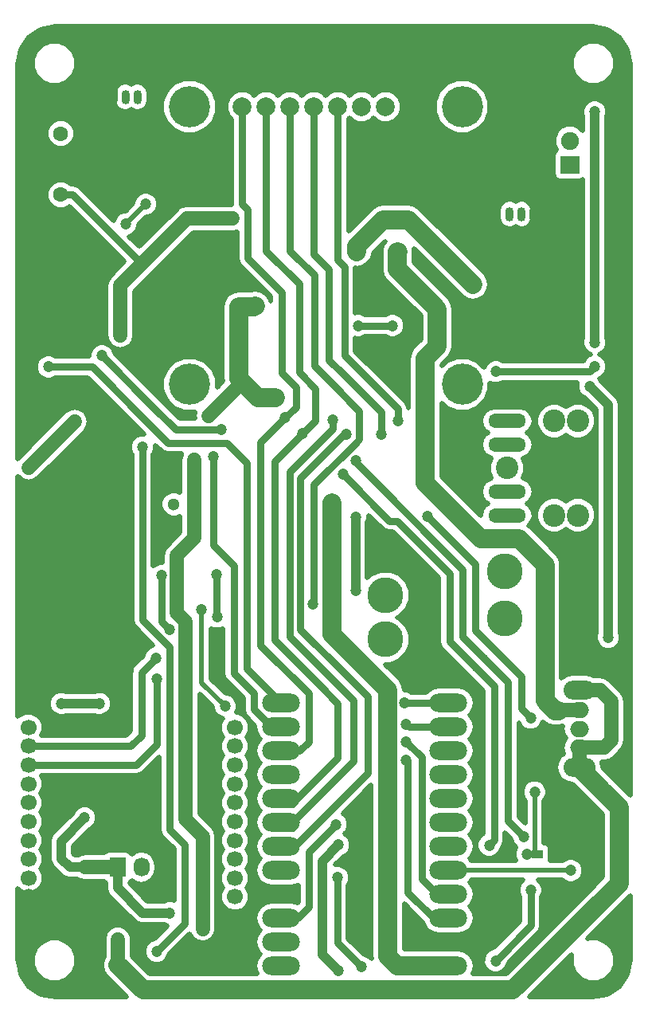
<source format=gbl>
G04 #@! TF.FileFunction,Copper,L2,Bot,Signal*
%FSLAX46Y46*%
G04 Gerber Fmt 4.6, Leading zero omitted, Abs format (unit mm)*
G04 Created by KiCad (PCBNEW 4.0.0-rc1-stable) date 30.3.2016 9:53:02*
%MOMM*%
G01*
G04 APERTURE LIST*
%ADD10C,0.150000*%
%ADD11O,4.000000X2.000000*%
%ADD12R,2.000000X1.900000*%
%ADD13C,1.900000*%
%ADD14O,4.000000X1.500000*%
%ADD15C,2.400000*%
%ADD16O,1.500000X4.000000*%
%ADD17C,1.600000*%
%ADD18C,1.700000*%
%ADD19O,3.400000X2.000000*%
%ADD20O,2.000000X1.700000*%
%ADD21C,2.000000*%
%ADD22C,4.375000*%
%ADD23C,1.500000*%
%ADD24R,1.727200X2.032000*%
%ADD25O,1.727200X2.032000*%
%ADD26R,0.900000X1.200000*%
%ADD27R,1.200000X0.900000*%
%ADD28O,0.899160X1.501140*%
%ADD29C,3.800000*%
%ADD30C,1.300000*%
%ADD31C,1.200000*%
%ADD32C,0.750000*%
%ADD33C,1.000000*%
%ADD34C,0.500000*%
%ADD35C,2.000000*%
%ADD36C,1.500000*%
G04 APERTURE END LIST*
D10*
D11*
X24100000Y-67960000D03*
X24100000Y-70500000D03*
X24100000Y-73040000D03*
X24100000Y-80660000D03*
X24100000Y-78120000D03*
X24100000Y-75580000D03*
X24100000Y-83200000D03*
X24100000Y-85740000D03*
X24100000Y-88280000D03*
X24100000Y-90820000D03*
X24100000Y-93360000D03*
X24100000Y-95900000D03*
X41900000Y-67960000D03*
X41900000Y-70500000D03*
X41900000Y-73040000D03*
X41900000Y-75580000D03*
X41900000Y-78120000D03*
X41900000Y-80660000D03*
X41900000Y-83200000D03*
X41900000Y-85740000D03*
X41900000Y-88280000D03*
X41900000Y-90820000D03*
X41900000Y-93360000D03*
X41900000Y-95900000D03*
D12*
X54800000Y-10750000D03*
D13*
X54800000Y-8210000D03*
D14*
X48150000Y-38000000D03*
X48150000Y-40500000D03*
X48150000Y-45500000D03*
D15*
X53150000Y-38000000D03*
X55650000Y-38000000D03*
X55650000Y-48000000D03*
X53150000Y-48000000D03*
X48150000Y-43000000D03*
D16*
X53150000Y-43000000D03*
D14*
X48150000Y-48000000D03*
D17*
X650000Y-7450000D03*
X650000Y-13950000D03*
D18*
X19200000Y-88550000D03*
X19200000Y-86550000D03*
X19200000Y-84550000D03*
X19200000Y-82550000D03*
X19200000Y-80550000D03*
X19200000Y-78550000D03*
X19200000Y-76550000D03*
X19200000Y-74550000D03*
X19200000Y-72550000D03*
X19200000Y-70550000D03*
X-2800000Y-88550000D03*
X-2800000Y-86550000D03*
X-2800000Y-78550000D03*
X-2800000Y-80550000D03*
X-2800000Y-82550000D03*
X-2800000Y-84550000D03*
X-2800000Y-76550000D03*
X-2800000Y-74550000D03*
X-2800000Y-72550000D03*
X-2800000Y-70550000D03*
D19*
X55800000Y-74800000D03*
D20*
X55800000Y-70700000D03*
X55800000Y-68700000D03*
X55800000Y-72700000D03*
D19*
X55800000Y-66600000D03*
D21*
X37740000Y-4600000D03*
X35200000Y-4600000D03*
X32660000Y-4600000D03*
X30120000Y-4600000D03*
X27580000Y-4600000D03*
X25040000Y-4600000D03*
X22500000Y-4600000D03*
D22*
X43355000Y-34100000D03*
X14350000Y-34100000D03*
X43355000Y-4600000D03*
X14350000Y-4600000D03*
D21*
X19960000Y-4600000D03*
D23*
X8750000Y-93100000D03*
X6750000Y-93100000D03*
D24*
X6700000Y-85400000D03*
D25*
X9240000Y-85400000D03*
X11780000Y-85400000D03*
D26*
X3250000Y-85400000D03*
X3250000Y-83200000D03*
D27*
X53550000Y-84000000D03*
X51350000Y-84000000D03*
D28*
X49670000Y-16000000D03*
X50940000Y-16000000D03*
X48400000Y-16000000D03*
D29*
X47900000Y-54000000D03*
X47900000Y-59000000D03*
X35200000Y-61200000D03*
X35200000Y-51800000D03*
X35200000Y-56500000D03*
D30*
X12650000Y-46850000D03*
D28*
X7530000Y-3550000D03*
X6260000Y-3550000D03*
X8800000Y-3550000D03*
D31*
X4350000Y-61650000D03*
X-2000000Y-61650000D03*
X59900000Y-91050000D03*
X53100000Y-97800000D03*
X32750000Y-89900000D03*
X34225000Y-30175000D03*
X11750000Y-49100000D03*
X15600000Y-13700000D03*
X17775000Y-8525000D03*
X53550000Y-82700000D03*
X11150000Y-25050000D03*
X13950000Y-22250000D03*
X31950000Y-7400000D03*
X-2800000Y-26550000D03*
X5325980Y-20300000D03*
X52550000Y-1050000D03*
X42650000Y-10950000D03*
X56900000Y-34300000D03*
X58900000Y-61000000D03*
X29950000Y-80850000D03*
X12250000Y-90250000D03*
X3200000Y-80150000D03*
X4800000Y-68000000D03*
X700000Y-68000000D03*
X44500000Y-23500000D03*
X32150000Y-20000000D03*
X2150000Y-38050000D03*
X-2750000Y-42950000D03*
X7000000Y-28900000D03*
X18950000Y-16500000D03*
X51050000Y-77400000D03*
X50250000Y-84000000D03*
X30200000Y-96400000D03*
X30200000Y-83050000D03*
X15750000Y-91950000D03*
X14850000Y-42150000D03*
X16350000Y-37450000D03*
X36475000Y-20000980D03*
X36500000Y-21900000D03*
X40700000Y-30050000D03*
X39400000Y-31350000D03*
X23500000Y-35550000D03*
X21650000Y-35550000D03*
X19600000Y-25850000D03*
X21324020Y-25750000D03*
X29500000Y-46650000D03*
X29500000Y-48400000D03*
X50630000Y-69540000D03*
X39670000Y-48140000D03*
X32000000Y-56000000D03*
X32050000Y-48200000D03*
X9700000Y-14950000D03*
X7600000Y-17050000D03*
X-650000Y-32250000D03*
X16850000Y-41750000D03*
X5050000Y-31050000D03*
X17690000Y-38860000D03*
X57450000Y-29650000D03*
X57450000Y-5150000D03*
X10850000Y-94350000D03*
X9350000Y-40750000D03*
X37410000Y-74070000D03*
X10840000Y-65380000D03*
X10760000Y-63170000D03*
X37410000Y-72050000D03*
X29560000Y-37880000D03*
X36530000Y-37990000D03*
X31010000Y-39400000D03*
X34740000Y-39400000D03*
X18130000Y-68260000D03*
X15650000Y-58000000D03*
X27500000Y-57460000D03*
X46220000Y-83060000D03*
X30680000Y-43670000D03*
X26350000Y-39340000D03*
X49890000Y-82140000D03*
X32020000Y-42190000D03*
X24490000Y-37650000D03*
X50630000Y-87850000D03*
X46900000Y-95330000D03*
X30100000Y-86510000D03*
X32650000Y-95980000D03*
X54910000Y-85760000D03*
X37400000Y-70200000D03*
X11390000Y-54410000D03*
X12260000Y-60160000D03*
X37230000Y-67960000D03*
X17260000Y-54330000D03*
X17270000Y-58820000D03*
X35950000Y-27850000D03*
X57450000Y-32200000D03*
X46950000Y-32750000D03*
X32300000Y-27850000D03*
D32*
X-2000000Y-61650000D02*
X4350000Y-61650000D01*
X34225000Y-30175000D02*
X34250000Y-30200000D01*
X6260000Y-3550000D02*
X6260000Y-1990000D01*
X17775000Y-2225000D02*
X17775000Y-8525000D01*
X16350000Y-800000D02*
X17775000Y-2225000D01*
X7450000Y-800000D02*
X16350000Y-800000D01*
X6260000Y-1990000D02*
X7450000Y-800000D01*
D33*
X17775000Y-8525000D02*
X17775000Y-11525000D01*
X17775000Y-11525000D02*
X15600000Y-13700000D01*
D34*
X17775000Y-8525000D02*
X17750000Y-8500000D01*
D33*
X53550000Y-84000000D02*
X53550000Y-82700000D01*
X11150000Y-25050000D02*
X13950000Y-22250000D01*
X31950000Y-7400000D02*
X36850000Y-7400000D01*
X37740000Y-6510000D02*
X37740000Y-4600000D01*
X36850000Y-7400000D02*
X37740000Y-6510000D01*
X-924020Y-26550000D02*
X-2800000Y-26550000D01*
X5325980Y-20300000D02*
X-924020Y-26550000D01*
D34*
X5325980Y-20300000D02*
X5350000Y-20300000D01*
D33*
X52550000Y-1050000D02*
X52550000Y-5950000D01*
X52550000Y-5950000D02*
X47550000Y-10950000D01*
D32*
X47550000Y-10950000D02*
X42650000Y-10950000D01*
X50940000Y-14340000D02*
X47550000Y-10950000D01*
X50940000Y-14340000D02*
X50940000Y-16000000D01*
D33*
X3250000Y-83200000D02*
X11050000Y-83200000D01*
X11780000Y-83930000D02*
X11780000Y-85400000D01*
X11050000Y-83200000D02*
X11780000Y-83930000D01*
D32*
X650000Y-13950000D02*
X1900000Y-13950000D01*
X1900000Y-13950000D02*
X9275000Y-21325000D01*
D33*
X58900000Y-36300000D02*
X56900000Y-34300000D01*
X58900000Y-61000000D02*
X58900000Y-36300000D01*
D32*
X28800000Y-82000000D02*
X27070000Y-83730000D01*
X27070000Y-89600000D02*
X25850000Y-90820000D01*
X27070000Y-83730000D02*
X27070000Y-89600000D01*
X25850000Y-90820000D02*
X24100000Y-90820000D01*
X28800000Y-82000000D02*
X29950000Y-80850000D01*
D33*
X6700000Y-87600000D02*
X9350000Y-90250000D01*
X9350000Y-90250000D02*
X12250000Y-90250000D01*
X6700000Y-85400000D02*
X6700000Y-87600000D01*
X700000Y-68000000D02*
X4800000Y-68000000D01*
X1600000Y-85400000D02*
X700000Y-84500000D01*
X700000Y-84500000D02*
X700000Y-82650000D01*
X700000Y-82650000D02*
X3200000Y-80150000D01*
X1600000Y-85400000D02*
X3250000Y-85400000D01*
D35*
X32150000Y-20000000D02*
X32150000Y-19400000D01*
X32150000Y-19400000D02*
X34900000Y-16650000D01*
X34900000Y-16650000D02*
X37650000Y-16650000D01*
X37650000Y-16650000D02*
X44500000Y-23500000D01*
D36*
X2150000Y-38050000D02*
X-2750000Y-42950000D01*
X7000000Y-28900000D02*
X7000000Y-23600000D01*
X14100000Y-16500000D02*
X18950000Y-16500000D01*
X7000000Y-23600000D02*
X9275000Y-21325000D01*
X9275000Y-21325000D02*
X14100000Y-16500000D01*
D34*
X51050000Y-83700000D02*
X51050000Y-77400000D01*
X51050000Y-83700000D02*
X51350000Y-84000000D01*
X51350000Y-84000000D02*
X50250000Y-84000000D01*
D36*
X3250000Y-85400000D02*
X6700000Y-85400000D01*
D33*
X30200000Y-83050000D02*
X28490000Y-84760000D01*
X28490000Y-94690000D02*
X30200000Y-96400000D01*
X28490000Y-84760000D02*
X28490000Y-94690000D01*
D36*
X13010000Y-55870000D02*
X13010000Y-58390000D01*
X15750000Y-82150000D02*
X15750000Y-91950000D01*
X14850000Y-81250000D02*
X15750000Y-82150000D01*
X13910000Y-80310000D02*
X14850000Y-81250000D01*
X13910000Y-59290000D02*
X13910000Y-80310000D01*
X13010000Y-58390000D02*
X13910000Y-59290000D01*
X14850000Y-42150000D02*
X14850000Y-50450000D01*
X19600000Y-33500000D02*
X19600000Y-34200000D01*
X19600000Y-34200000D02*
X16350000Y-37450000D01*
X13010000Y-52290000D02*
X13010000Y-55870000D01*
X13010000Y-55870000D02*
X13010000Y-55890000D01*
X14850000Y-50450000D02*
X13010000Y-52290000D01*
X55800000Y-68700000D02*
X53700000Y-68700000D01*
D35*
X39400000Y-44600000D02*
X45300000Y-50500000D01*
X45300000Y-50500000D02*
X49400000Y-50500000D01*
X49400000Y-50500000D02*
X52150000Y-53250000D01*
X52150000Y-53250000D02*
X52150000Y-67700000D01*
X52150000Y-67700000D02*
X53200000Y-68750000D01*
X53200000Y-68750000D02*
X53650000Y-68750000D01*
X39400000Y-44600000D02*
X39400000Y-31350000D01*
D36*
X53700000Y-68700000D02*
X53650000Y-68750000D01*
D35*
X36475000Y-20000980D02*
X36475000Y-21875000D01*
X36475000Y-21875000D02*
X36500000Y-21900000D01*
X36475000Y-20000980D02*
X36475980Y-20000000D01*
X36475980Y-20000000D02*
X36500000Y-20000000D01*
X40700000Y-30050000D02*
X40700000Y-26100000D01*
X40700000Y-26100000D02*
X36500000Y-21900000D01*
X40700000Y-30050000D02*
X39400000Y-31350000D01*
X23500000Y-35550000D02*
X21650000Y-35550000D01*
X19600000Y-25850000D02*
X19600000Y-33500000D01*
X19600000Y-33500000D02*
X21650000Y-35550000D01*
X19600000Y-25850000D02*
X21224020Y-25850000D01*
X21224020Y-25850000D02*
X21324020Y-25750000D01*
X21324020Y-25750000D02*
X21350000Y-25750000D01*
X35410000Y-70760000D02*
X35410000Y-94850000D01*
X35410000Y-66560000D02*
X35410000Y-70760000D01*
X29500000Y-57750000D02*
X29500000Y-60650000D01*
X29500000Y-48400000D02*
X29500000Y-57750000D01*
X29500000Y-60650000D02*
X32350000Y-63500000D01*
X32350000Y-63500000D02*
X32740000Y-63890000D01*
X32740000Y-63890000D02*
X35410000Y-66560000D01*
X35410000Y-94850000D02*
X36460000Y-95900000D01*
X41900000Y-95900000D02*
X36460000Y-95900000D01*
X29500000Y-48400000D02*
X29500000Y-46650000D01*
D32*
X46430000Y-61940000D02*
X49620000Y-65130000D01*
X49620000Y-68530000D02*
X49620000Y-65130000D01*
X50630000Y-69540000D02*
X49620000Y-68530000D01*
X46430000Y-61940000D02*
X44760000Y-60270000D01*
X44760000Y-60270000D02*
X44760000Y-53230000D01*
X44760000Y-53230000D02*
X39670000Y-48140000D01*
D33*
X32000000Y-56000000D02*
X32000000Y-48250000D01*
X32000000Y-48250000D02*
X32050000Y-48200000D01*
D35*
X58300000Y-88900000D02*
X60050000Y-87150000D01*
X55800000Y-74800000D02*
X58300000Y-77300000D01*
X58300000Y-88900000D02*
X48750000Y-98450000D01*
D36*
X6750000Y-95800000D02*
X6750000Y-93100000D01*
D35*
X6750000Y-95800000D02*
X9400000Y-98450000D01*
X9400000Y-98450000D02*
X48750000Y-98450000D01*
X60050000Y-79050000D02*
X58300000Y-77300000D01*
X60050000Y-87150000D02*
X60050000Y-79050000D01*
D36*
X55800000Y-72700000D02*
X58450000Y-72700000D01*
X58050000Y-66600000D02*
X55800000Y-66600000D01*
X59200000Y-67750000D02*
X58050000Y-66600000D01*
X59200000Y-71950000D02*
X59200000Y-67750000D01*
X58450000Y-72700000D02*
X59200000Y-71950000D01*
X55800000Y-72700000D02*
X55800000Y-74800000D01*
D34*
X9700000Y-14950000D02*
X7600000Y-17050000D01*
D32*
X17150000Y-40320000D02*
X18310000Y-40320000D01*
X12070000Y-40320000D02*
X17150000Y-40320000D01*
X-650000Y-32250000D02*
X4000000Y-32250000D01*
X4000000Y-32250000D02*
X10390000Y-38640000D01*
X10390000Y-38640000D02*
X12070000Y-40320000D01*
X20470000Y-64330000D02*
X24100000Y-67960000D01*
X20470000Y-42480000D02*
X20470000Y-64330000D01*
X18310000Y-40320000D02*
X20470000Y-42480000D01*
X24100000Y-70500000D02*
X23050000Y-70500000D01*
X23050000Y-70500000D02*
X21200000Y-68650000D01*
X21200000Y-66930000D02*
X19050000Y-64780000D01*
X21200000Y-68650000D02*
X21200000Y-66930000D01*
X16850000Y-41750000D02*
X16850000Y-51210000D01*
X17100000Y-38870000D02*
X17680000Y-38870000D01*
X12870000Y-38870000D02*
X17100000Y-38870000D01*
X5050000Y-31050000D02*
X10400000Y-36400000D01*
X10400000Y-36400000D02*
X12870000Y-38870000D01*
X17680000Y-38870000D02*
X17690000Y-38860000D01*
X19050000Y-53410000D02*
X19050000Y-64780000D01*
X16850000Y-51210000D02*
X19050000Y-53410000D01*
D33*
X57450000Y-29650000D02*
X57450000Y-5150000D01*
D32*
X12220000Y-61980000D02*
X12220000Y-81370000D01*
X9350000Y-58560000D02*
X9350000Y-59110000D01*
X9350000Y-59110000D02*
X12220000Y-61980000D01*
X12220000Y-81370000D02*
X13850000Y-83000000D01*
X13850000Y-83000000D02*
X13850000Y-91350000D01*
X13850000Y-91350000D02*
X10850000Y-94350000D01*
X9350000Y-40750000D02*
X9350000Y-58560000D01*
X-2800000Y-74550000D02*
X8660000Y-74550000D01*
X37580000Y-74240000D02*
X37410000Y-74070000D01*
X37580000Y-88100000D02*
X40300000Y-90820000D01*
X37580000Y-88100000D02*
X37580000Y-74240000D01*
X10840000Y-72370000D02*
X10840000Y-65380000D01*
X8660000Y-74550000D02*
X10840000Y-72370000D01*
X41900000Y-90820000D02*
X40300000Y-90820000D01*
X-2800000Y-72550000D02*
X8070000Y-72550000D01*
X39030000Y-86650000D02*
X39030000Y-73670000D01*
X39030000Y-86650000D02*
X40660000Y-88280000D01*
X39030000Y-73670000D02*
X37410000Y-72050000D01*
X9250000Y-64680000D02*
X10760000Y-63170000D01*
X9250000Y-71370000D02*
X9250000Y-64680000D01*
X8070000Y-72550000D02*
X9250000Y-71370000D01*
X41900000Y-88280000D02*
X40660000Y-88280000D01*
X28330000Y-77560000D02*
X31770000Y-74120000D01*
X31770000Y-67710000D02*
X29390000Y-65330000D01*
X31770000Y-74120000D02*
X31770000Y-67710000D01*
X24100000Y-80660000D02*
X25230000Y-80660000D01*
X25230000Y-80660000D02*
X28330000Y-77560000D01*
X29390000Y-65330000D02*
X24990000Y-60930000D01*
X24990000Y-60930000D02*
X24990000Y-43360000D01*
X29560000Y-37880000D02*
X29560000Y-38790000D01*
X32200000Y-32400000D02*
X36530000Y-36730000D01*
X30850000Y-31050000D02*
X32200000Y-32400000D01*
X30120000Y-17830000D02*
X30120000Y-20870000D01*
X30120000Y-4600000D02*
X30120000Y-17830000D01*
X30850000Y-21600000D02*
X30850000Y-29300000D01*
X30120000Y-20870000D02*
X30850000Y-21600000D01*
X30850000Y-29300000D02*
X30850000Y-31050000D01*
X36530000Y-36730000D02*
X36530000Y-37990000D01*
X29560000Y-38790000D02*
X24990000Y-43360000D01*
D34*
X25450000Y-81360000D02*
X23710000Y-81360000D01*
D32*
X29780000Y-78930000D02*
X33300000Y-75410000D01*
X33300000Y-67270000D02*
X30490000Y-64460000D01*
X33300000Y-75410000D02*
X33300000Y-67270000D01*
X26130000Y-60110000D02*
X30480000Y-64460000D01*
X30480000Y-64460000D02*
X30490000Y-64460000D01*
X31010000Y-39400000D02*
X30780000Y-39400000D01*
X30700000Y-33000000D02*
X34740000Y-37040000D01*
X29200000Y-31500000D02*
X30700000Y-33000000D01*
X27580000Y-17830000D02*
X27580000Y-20280000D01*
X27580000Y-4600000D02*
X27580000Y-17830000D01*
X29200000Y-21900000D02*
X29200000Y-29400000D01*
X27580000Y-20280000D02*
X29200000Y-21900000D01*
X29200000Y-29400000D02*
X29200000Y-31500000D01*
X34740000Y-37040000D02*
X34740000Y-39400000D01*
X30780000Y-39400000D02*
X26130000Y-44050000D01*
X26130000Y-44050000D02*
X26130000Y-60110000D01*
X29780000Y-78930000D02*
X25510000Y-83200000D01*
X25510000Y-83200000D02*
X24100000Y-83200000D01*
D34*
X15650000Y-65780000D02*
X18130000Y-68260000D01*
X15650000Y-58000000D02*
X15650000Y-65780000D01*
X27540000Y-57420000D02*
X27500000Y-57460000D01*
D32*
X32000000Y-40310000D02*
X32380000Y-39930000D01*
X27540000Y-44770000D02*
X32000000Y-40310000D01*
X32380000Y-39930000D02*
X32380000Y-36930000D01*
X27600000Y-29350000D02*
X27600000Y-32150000D01*
X25040000Y-19890000D02*
X27600000Y-22450000D01*
X27600000Y-22450000D02*
X27600000Y-29350000D01*
X25040000Y-4600000D02*
X25040000Y-17790000D01*
X25040000Y-17790000D02*
X25040000Y-19890000D01*
X27600000Y-32150000D02*
X29300000Y-33850000D01*
X29300000Y-33850000D02*
X32380000Y-36930000D01*
X27540000Y-44770000D02*
X27540000Y-57420000D01*
X46740000Y-71860000D02*
X46740000Y-82540000D01*
X46740000Y-66170000D02*
X46740000Y-71860000D01*
X46740000Y-66170000D02*
X44710000Y-64140000D01*
X46740000Y-82540000D02*
X46220000Y-83060000D01*
X41780000Y-53970000D02*
X42010000Y-54200000D01*
X42010000Y-61440000D02*
X44710000Y-64140000D01*
X44710000Y-64140000D02*
X44750000Y-64180000D01*
X42010000Y-54200000D02*
X42010000Y-61440000D01*
X36430000Y-48620000D02*
X41780000Y-53970000D01*
X41780000Y-53970000D02*
X41810000Y-54000000D01*
X30680000Y-43670000D02*
X35630000Y-48620000D01*
X35630000Y-48620000D02*
X36430000Y-48620000D01*
X23410000Y-42950000D02*
X23410000Y-42280000D01*
X23410000Y-42280000D02*
X26350000Y-39340000D01*
X26350000Y-39340000D02*
X27750000Y-37940000D01*
X28220000Y-66080000D02*
X30130000Y-67990000D01*
X25790000Y-78120000D02*
X26970000Y-76940000D01*
X26000000Y-32800000D02*
X27750000Y-34550000D01*
X26000000Y-29550000D02*
X26000000Y-32800000D01*
X26000000Y-23400000D02*
X26000000Y-29550000D01*
X22500000Y-19900000D02*
X26000000Y-23400000D01*
X22500000Y-17650000D02*
X22500000Y-19500000D01*
X22500000Y-17650000D02*
X22500000Y-4600000D01*
X22500000Y-19500000D02*
X22500000Y-19900000D01*
X27750000Y-34550000D02*
X27750000Y-37940000D01*
X23410000Y-42950000D02*
X23410000Y-61270000D01*
X30130000Y-73780000D02*
X30130000Y-68050000D01*
X26970000Y-76940000D02*
X30130000Y-73780000D01*
X23410000Y-61270000D02*
X28220000Y-66080000D01*
X30130000Y-67990000D02*
X30130000Y-68050000D01*
X25790000Y-78120000D02*
X24100000Y-78120000D01*
D34*
X25450000Y-78820000D02*
X24420000Y-78820000D01*
D32*
X48230000Y-70940000D02*
X48230000Y-80480000D01*
X48230000Y-65720000D02*
X48230000Y-70940000D01*
X48230000Y-65720000D02*
X45625000Y-63115000D01*
X48230000Y-80480000D02*
X49890000Y-82140000D01*
X43380000Y-58630000D02*
X43380000Y-60870000D01*
X32020000Y-42410000D02*
X43380000Y-53770000D01*
X43380000Y-53770000D02*
X43380000Y-58630000D01*
X32020000Y-42190000D02*
X32020000Y-42410000D01*
X43380000Y-60870000D02*
X45625000Y-63115000D01*
X45625000Y-63115000D02*
X45650000Y-63140000D01*
X26020000Y-73040000D02*
X27000000Y-72060000D01*
X26020000Y-73040000D02*
X24100000Y-73040000D01*
X27000000Y-66930000D02*
X27000000Y-72060000D01*
X21900000Y-42530000D02*
X21900000Y-40240000D01*
X21900000Y-42530000D02*
X21900000Y-61830000D01*
X21900000Y-61830000D02*
X27000000Y-66930000D01*
X25650000Y-36490000D02*
X25650000Y-34400000D01*
X21900000Y-40240000D02*
X24490000Y-37650000D01*
X24490000Y-37650000D02*
X25650000Y-36490000D01*
X24150000Y-32900000D02*
X25650000Y-34400000D01*
X24150000Y-29400000D02*
X24150000Y-32900000D01*
X20550000Y-20700000D02*
X24150000Y-24300000D01*
X24150000Y-24300000D02*
X24150000Y-29400000D01*
X19960000Y-4600000D02*
X19960000Y-14960000D01*
X20550000Y-15550000D02*
X20550000Y-17700000D01*
X19960000Y-14960000D02*
X20550000Y-15550000D01*
X20550000Y-17700000D02*
X20550000Y-20700000D01*
X46900000Y-95330000D02*
X50630000Y-91600000D01*
X30100000Y-86510000D02*
X30100000Y-93430000D01*
X30100000Y-93430000D02*
X32650000Y-95980000D01*
X50630000Y-91600000D02*
X50630000Y-87850000D01*
X24100000Y-75580000D02*
X22430000Y-75580000D01*
D34*
X54910000Y-85760000D02*
X54910000Y-85740000D01*
X54910000Y-85740000D02*
X54910000Y-85760000D01*
X54910000Y-85760000D02*
X54910000Y-85740000D01*
X41900000Y-85740000D02*
X54910000Y-85740000D01*
D32*
X37400000Y-70200000D02*
X37700000Y-70500000D01*
X11390000Y-54410000D02*
X11390000Y-59290000D01*
X11390000Y-59290000D02*
X12260000Y-60160000D01*
X37700000Y-70500000D02*
X41900000Y-70500000D01*
X41890000Y-70490000D02*
X41900000Y-70500000D01*
X41900000Y-67960000D02*
X37230000Y-67960000D01*
X17260000Y-54330000D02*
X17260000Y-58810000D01*
X17260000Y-58810000D02*
X17270000Y-58820000D01*
X32300000Y-27850000D02*
X35950000Y-27850000D01*
X56900000Y-32750000D02*
X57450000Y-32200000D01*
X46950000Y-32750000D02*
X56900000Y-32750000D01*
D34*
G36*
X61217000Y-95217958D02*
X60903759Y-96792725D01*
X60058198Y-98058198D01*
X58792725Y-98903759D01*
X57217958Y-99217000D01*
X50469188Y-99217000D01*
X55002860Y-94683328D01*
X54942410Y-94828907D01*
X54941592Y-95766977D01*
X55299819Y-96633955D01*
X55962556Y-97297850D01*
X56828907Y-97657590D01*
X57766977Y-97658408D01*
X58633955Y-97300181D01*
X59297850Y-96637444D01*
X59657590Y-95771093D01*
X59658408Y-94833023D01*
X59300181Y-93966045D01*
X58637444Y-93302150D01*
X57771093Y-92942410D01*
X56833023Y-92941592D01*
X56682331Y-93003857D01*
X59543091Y-90143096D01*
X59543094Y-90143094D01*
X61217000Y-88469188D01*
X61217000Y-95217958D01*
X61217000Y-95217958D01*
G37*
X61217000Y-95217958D02*
X60903759Y-96792725D01*
X60058198Y-98058198D01*
X58792725Y-98903759D01*
X57217958Y-99217000D01*
X50469188Y-99217000D01*
X55002860Y-94683328D01*
X54942410Y-94828907D01*
X54941592Y-95766977D01*
X55299819Y-96633955D01*
X55962556Y-97297850D01*
X56828907Y-97657590D01*
X57766977Y-97658408D01*
X58633955Y-97300181D01*
X59297850Y-96637444D01*
X59657590Y-95771093D01*
X59658408Y-94833023D01*
X59300181Y-93966045D01*
X58637444Y-93302150D01*
X57771093Y-92942410D01*
X56833023Y-92941592D01*
X56682331Y-93003857D01*
X59543091Y-90143096D01*
X59543094Y-90143094D01*
X61217000Y-88469188D01*
X61217000Y-95217958D01*
G36*
X17917000Y-64780000D02*
X18003244Y-65213581D01*
X18248848Y-65581152D01*
X20067000Y-67399304D01*
X20067000Y-68650000D01*
X20153244Y-69083581D01*
X20398848Y-69451152D01*
X21314469Y-70366773D01*
X21287968Y-70500000D01*
X21421788Y-71172757D01*
X21802874Y-71743094D01*
X21843142Y-71770000D01*
X21802874Y-71796906D01*
X21421788Y-72367243D01*
X21287968Y-73040000D01*
X21421788Y-73712757D01*
X21802874Y-74283094D01*
X21843142Y-74310000D01*
X21802874Y-74336906D01*
X21421788Y-74907243D01*
X21287968Y-75580000D01*
X21421788Y-76252757D01*
X21802874Y-76823094D01*
X21843142Y-76850000D01*
X21802874Y-76876906D01*
X21421788Y-77447243D01*
X21287968Y-78120000D01*
X21421788Y-78792757D01*
X21802874Y-79363094D01*
X21843142Y-79390000D01*
X21802874Y-79416906D01*
X21421788Y-79987243D01*
X21287968Y-80660000D01*
X21421788Y-81332757D01*
X21802874Y-81903094D01*
X21843142Y-81930000D01*
X21802874Y-81956906D01*
X21421788Y-82527243D01*
X21287968Y-83200000D01*
X21421788Y-83872757D01*
X21802874Y-84443094D01*
X21843142Y-84470000D01*
X21802874Y-84496906D01*
X21421788Y-85067243D01*
X21287968Y-85740000D01*
X21421788Y-86412757D01*
X21802874Y-86983094D01*
X22373211Y-87364180D01*
X23045968Y-87498000D01*
X25154032Y-87498000D01*
X25826789Y-87364180D01*
X25937000Y-87290540D01*
X25937000Y-89130696D01*
X25853817Y-89213879D01*
X25826789Y-89195820D01*
X25154032Y-89062000D01*
X23045968Y-89062000D01*
X22373211Y-89195820D01*
X21802874Y-89576906D01*
X21421788Y-90147243D01*
X21287968Y-90820000D01*
X21421788Y-91492757D01*
X21802874Y-92063094D01*
X21843142Y-92090000D01*
X21802874Y-92116906D01*
X21421788Y-92687243D01*
X21287968Y-93360000D01*
X21421788Y-94032757D01*
X21802874Y-94603094D01*
X21843142Y-94630000D01*
X21802874Y-94656906D01*
X21421788Y-95227243D01*
X21287968Y-95900000D01*
X21421788Y-96572757D01*
X21501463Y-96692000D01*
X10128188Y-96692000D01*
X8258000Y-94821812D01*
X8258000Y-93100000D01*
X8258261Y-92801356D01*
X8029165Y-92246903D01*
X7605328Y-91822326D01*
X7051276Y-91592263D01*
X6451356Y-91591739D01*
X5896903Y-91820835D01*
X5472326Y-92244672D01*
X5242263Y-92798724D01*
X5241739Y-93398644D01*
X5242000Y-93399276D01*
X5242000Y-94953366D01*
X5125820Y-95127242D01*
X4992000Y-95800000D01*
X5125820Y-96472758D01*
X5506906Y-97043094D01*
X7680812Y-99217000D01*
X82042Y-99217000D01*
X-1492725Y-98903759D01*
X-2758198Y-98058198D01*
X-3603759Y-96792725D01*
X-3807793Y-95766977D01*
X-2358408Y-95766977D01*
X-2000181Y-96633955D01*
X-1337444Y-97297850D01*
X-471093Y-97657590D01*
X466977Y-97658408D01*
X1333955Y-97300181D01*
X1997850Y-96637444D01*
X2357590Y-95771093D01*
X2358408Y-94833023D01*
X2000181Y-93966045D01*
X1337444Y-93302150D01*
X471093Y-92942410D01*
X-466977Y-92941592D01*
X-1333955Y-93299819D01*
X-1997850Y-93962556D01*
X-2357590Y-94828907D01*
X-2358408Y-95766977D01*
X-3807793Y-95766977D01*
X-3917000Y-95217958D01*
X-3917000Y-87707092D01*
X-3712048Y-87912402D01*
X-3121254Y-88157721D01*
X-2481552Y-88158279D01*
X-1890331Y-87913991D01*
X-1437598Y-87462048D01*
X-1192279Y-86871254D01*
X-1191721Y-86231552D01*
X-1436009Y-85640331D01*
X-1525943Y-85550239D01*
X-1437598Y-85462048D01*
X-1192279Y-84871254D01*
X-1191721Y-84231552D01*
X-1436009Y-83640331D01*
X-1525943Y-83550239D01*
X-1437598Y-83462048D01*
X-1192279Y-82871254D01*
X-1191721Y-82231552D01*
X-1436009Y-81640331D01*
X-1525943Y-81550239D01*
X-1437598Y-81462048D01*
X-1192279Y-80871254D01*
X-1191721Y-80231552D01*
X-1436009Y-79640331D01*
X-1525943Y-79550239D01*
X-1437598Y-79462048D01*
X-1192279Y-78871254D01*
X-1191721Y-78231552D01*
X-1436009Y-77640331D01*
X-1525943Y-77550239D01*
X-1437598Y-77462048D01*
X-1192279Y-76871254D01*
X-1191721Y-76231552D01*
X-1418378Y-75683000D01*
X8660000Y-75683000D01*
X9093581Y-75596756D01*
X9461152Y-75351152D01*
X11087000Y-73725304D01*
X11087000Y-81370000D01*
X11173244Y-81803581D01*
X11418848Y-82171152D01*
X12717000Y-83469304D01*
X12717000Y-88973494D01*
X12521308Y-88892236D01*
X11981062Y-88891765D01*
X11738474Y-88992000D01*
X9871080Y-88992000D01*
X7958000Y-87078920D01*
X7958000Y-87062959D01*
X8102486Y-86969985D01*
X8210420Y-86812018D01*
X8619441Y-87085318D01*
X9240000Y-87208755D01*
X9860559Y-87085318D01*
X10386644Y-86733799D01*
X10738163Y-86207714D01*
X10861600Y-85587155D01*
X10861600Y-85212845D01*
X10738163Y-84592286D01*
X10386644Y-84066201D01*
X9860559Y-83714682D01*
X9240000Y-83591245D01*
X8619441Y-83714682D01*
X8209789Y-83988403D01*
X8117585Y-83845114D01*
X7864282Y-83672040D01*
X7563600Y-83611150D01*
X5836400Y-83611150D01*
X5555502Y-83664005D01*
X5297514Y-83830015D01*
X5255162Y-83892000D01*
X3250000Y-83892000D01*
X2672913Y-84006790D01*
X2580680Y-84068418D01*
X2519102Y-84080005D01*
X2422759Y-84142000D01*
X2121080Y-84142000D01*
X1958000Y-83978920D01*
X1958000Y-83171080D01*
X3727807Y-81401273D01*
X3968240Y-81301928D01*
X4350585Y-80920250D01*
X4557764Y-80421308D01*
X4558235Y-79881062D01*
X4351928Y-79381760D01*
X3970250Y-78999415D01*
X3471308Y-78792236D01*
X2931062Y-78791765D01*
X2431760Y-78998072D01*
X2049415Y-79379750D01*
X1948756Y-79622164D01*
X-189540Y-81760460D01*
X-462240Y-82168584D01*
X-558000Y-82650000D01*
X-558000Y-84500000D01*
X-462240Y-84981416D01*
X-341604Y-85161960D01*
X-189540Y-85389540D01*
X710460Y-86289540D01*
X1118584Y-86562240D01*
X1600000Y-86658000D01*
X2420345Y-86658000D01*
X2499318Y-86711960D01*
X2573925Y-86727068D01*
X2672913Y-86793210D01*
X3250000Y-86908000D01*
X5252245Y-86908000D01*
X5282415Y-86954886D01*
X5442000Y-87063925D01*
X5442000Y-87600000D01*
X5537760Y-88081416D01*
X5635198Y-88227242D01*
X5810460Y-88489540D01*
X8460460Y-91139540D01*
X8868584Y-91412240D01*
X9350000Y-91508000D01*
X11738434Y-91508000D01*
X11978692Y-91607764D01*
X11989922Y-91607774D01*
X10605909Y-92991787D01*
X10581062Y-92991765D01*
X10081760Y-93198072D01*
X9699415Y-93579750D01*
X9492236Y-94078692D01*
X9491765Y-94618938D01*
X9698072Y-95118240D01*
X10079750Y-95500585D01*
X10578692Y-95707764D01*
X11118938Y-95708235D01*
X11618240Y-95501928D01*
X12000585Y-95120250D01*
X12207764Y-94621308D01*
X12207787Y-94594517D01*
X14343256Y-92459048D01*
X14356790Y-92527087D01*
X14683683Y-93016317D01*
X15172913Y-93343210D01*
X15750000Y-93458000D01*
X16327087Y-93343210D01*
X16816317Y-93016317D01*
X17143210Y-92527087D01*
X17258000Y-91950000D01*
X17258000Y-82150000D01*
X17143210Y-81572913D01*
X16816317Y-81083683D01*
X15418000Y-79685366D01*
X15418000Y-66973528D01*
X16771941Y-68327468D01*
X16771765Y-68528938D01*
X16978072Y-69028240D01*
X17359750Y-69410585D01*
X17858077Y-69617509D01*
X17837598Y-69637952D01*
X17592279Y-70228746D01*
X17591721Y-70868448D01*
X17836009Y-71459669D01*
X17925943Y-71549761D01*
X17837598Y-71637952D01*
X17592279Y-72228746D01*
X17591721Y-72868448D01*
X17836009Y-73459669D01*
X17925943Y-73549761D01*
X17837598Y-73637952D01*
X17592279Y-74228746D01*
X17591721Y-74868448D01*
X17836009Y-75459669D01*
X17925943Y-75549761D01*
X17837598Y-75637952D01*
X17592279Y-76228746D01*
X17591721Y-76868448D01*
X17836009Y-77459669D01*
X17925943Y-77549761D01*
X17837598Y-77637952D01*
X17592279Y-78228746D01*
X17591721Y-78868448D01*
X17836009Y-79459669D01*
X17925943Y-79549761D01*
X17837598Y-79637952D01*
X17592279Y-80228746D01*
X17591721Y-80868448D01*
X17836009Y-81459669D01*
X17925943Y-81549761D01*
X17837598Y-81637952D01*
X17592279Y-82228746D01*
X17591721Y-82868448D01*
X17836009Y-83459669D01*
X17925943Y-83549761D01*
X17837598Y-83637952D01*
X17592279Y-84228746D01*
X17591721Y-84868448D01*
X17836009Y-85459669D01*
X17925943Y-85549761D01*
X17837598Y-85637952D01*
X17592279Y-86228746D01*
X17591721Y-86868448D01*
X17836009Y-87459669D01*
X17925943Y-87549761D01*
X17837598Y-87637952D01*
X17592279Y-88228746D01*
X17591721Y-88868448D01*
X17836009Y-89459669D01*
X18287952Y-89912402D01*
X18878746Y-90157721D01*
X19518448Y-90158279D01*
X20109669Y-89913991D01*
X20562402Y-89462048D01*
X20807721Y-88871254D01*
X20808279Y-88231552D01*
X20563991Y-87640331D01*
X20474057Y-87550239D01*
X20562402Y-87462048D01*
X20807721Y-86871254D01*
X20808279Y-86231552D01*
X20563991Y-85640331D01*
X20474057Y-85550239D01*
X20562402Y-85462048D01*
X20807721Y-84871254D01*
X20808279Y-84231552D01*
X20563991Y-83640331D01*
X20474057Y-83550239D01*
X20562402Y-83462048D01*
X20807721Y-82871254D01*
X20808279Y-82231552D01*
X20563991Y-81640331D01*
X20474057Y-81550239D01*
X20562402Y-81462048D01*
X20807721Y-80871254D01*
X20808279Y-80231552D01*
X20563991Y-79640331D01*
X20474057Y-79550239D01*
X20562402Y-79462048D01*
X20807721Y-78871254D01*
X20808279Y-78231552D01*
X20563991Y-77640331D01*
X20474057Y-77550239D01*
X20562402Y-77462048D01*
X20807721Y-76871254D01*
X20808279Y-76231552D01*
X20563991Y-75640331D01*
X20474057Y-75550239D01*
X20562402Y-75462048D01*
X20807721Y-74871254D01*
X20808279Y-74231552D01*
X20563991Y-73640331D01*
X20474057Y-73550239D01*
X20562402Y-73462048D01*
X20807721Y-72871254D01*
X20808279Y-72231552D01*
X20563991Y-71640331D01*
X20474057Y-71550239D01*
X20562402Y-71462048D01*
X20807721Y-70871254D01*
X20808279Y-70231552D01*
X20563991Y-69640331D01*
X20112048Y-69187598D01*
X19521254Y-68942279D01*
X19317188Y-68942101D01*
X19487764Y-68531308D01*
X19488235Y-67991062D01*
X19281928Y-67491760D01*
X18900250Y-67109415D01*
X18401308Y-66902236D01*
X18197586Y-66902058D01*
X16658000Y-65362472D01*
X16658000Y-60036296D01*
X16998692Y-60177764D01*
X17538938Y-60178235D01*
X17917000Y-60022023D01*
X17917000Y-64780000D01*
X17917000Y-64780000D01*
G37*
X17917000Y-64780000D02*
X18003244Y-65213581D01*
X18248848Y-65581152D01*
X20067000Y-67399304D01*
X20067000Y-68650000D01*
X20153244Y-69083581D01*
X20398848Y-69451152D01*
X21314469Y-70366773D01*
X21287968Y-70500000D01*
X21421788Y-71172757D01*
X21802874Y-71743094D01*
X21843142Y-71770000D01*
X21802874Y-71796906D01*
X21421788Y-72367243D01*
X21287968Y-73040000D01*
X21421788Y-73712757D01*
X21802874Y-74283094D01*
X21843142Y-74310000D01*
X21802874Y-74336906D01*
X21421788Y-74907243D01*
X21287968Y-75580000D01*
X21421788Y-76252757D01*
X21802874Y-76823094D01*
X21843142Y-76850000D01*
X21802874Y-76876906D01*
X21421788Y-77447243D01*
X21287968Y-78120000D01*
X21421788Y-78792757D01*
X21802874Y-79363094D01*
X21843142Y-79390000D01*
X21802874Y-79416906D01*
X21421788Y-79987243D01*
X21287968Y-80660000D01*
X21421788Y-81332757D01*
X21802874Y-81903094D01*
X21843142Y-81930000D01*
X21802874Y-81956906D01*
X21421788Y-82527243D01*
X21287968Y-83200000D01*
X21421788Y-83872757D01*
X21802874Y-84443094D01*
X21843142Y-84470000D01*
X21802874Y-84496906D01*
X21421788Y-85067243D01*
X21287968Y-85740000D01*
X21421788Y-86412757D01*
X21802874Y-86983094D01*
X22373211Y-87364180D01*
X23045968Y-87498000D01*
X25154032Y-87498000D01*
X25826789Y-87364180D01*
X25937000Y-87290540D01*
X25937000Y-89130696D01*
X25853817Y-89213879D01*
X25826789Y-89195820D01*
X25154032Y-89062000D01*
X23045968Y-89062000D01*
X22373211Y-89195820D01*
X21802874Y-89576906D01*
X21421788Y-90147243D01*
X21287968Y-90820000D01*
X21421788Y-91492757D01*
X21802874Y-92063094D01*
X21843142Y-92090000D01*
X21802874Y-92116906D01*
X21421788Y-92687243D01*
X21287968Y-93360000D01*
X21421788Y-94032757D01*
X21802874Y-94603094D01*
X21843142Y-94630000D01*
X21802874Y-94656906D01*
X21421788Y-95227243D01*
X21287968Y-95900000D01*
X21421788Y-96572757D01*
X21501463Y-96692000D01*
X10128188Y-96692000D01*
X8258000Y-94821812D01*
X8258000Y-93100000D01*
X8258261Y-92801356D01*
X8029165Y-92246903D01*
X7605328Y-91822326D01*
X7051276Y-91592263D01*
X6451356Y-91591739D01*
X5896903Y-91820835D01*
X5472326Y-92244672D01*
X5242263Y-92798724D01*
X5241739Y-93398644D01*
X5242000Y-93399276D01*
X5242000Y-94953366D01*
X5125820Y-95127242D01*
X4992000Y-95800000D01*
X5125820Y-96472758D01*
X5506906Y-97043094D01*
X7680812Y-99217000D01*
X82042Y-99217000D01*
X-1492725Y-98903759D01*
X-2758198Y-98058198D01*
X-3603759Y-96792725D01*
X-3807793Y-95766977D01*
X-2358408Y-95766977D01*
X-2000181Y-96633955D01*
X-1337444Y-97297850D01*
X-471093Y-97657590D01*
X466977Y-97658408D01*
X1333955Y-97300181D01*
X1997850Y-96637444D01*
X2357590Y-95771093D01*
X2358408Y-94833023D01*
X2000181Y-93966045D01*
X1337444Y-93302150D01*
X471093Y-92942410D01*
X-466977Y-92941592D01*
X-1333955Y-93299819D01*
X-1997850Y-93962556D01*
X-2357590Y-94828907D01*
X-2358408Y-95766977D01*
X-3807793Y-95766977D01*
X-3917000Y-95217958D01*
X-3917000Y-87707092D01*
X-3712048Y-87912402D01*
X-3121254Y-88157721D01*
X-2481552Y-88158279D01*
X-1890331Y-87913991D01*
X-1437598Y-87462048D01*
X-1192279Y-86871254D01*
X-1191721Y-86231552D01*
X-1436009Y-85640331D01*
X-1525943Y-85550239D01*
X-1437598Y-85462048D01*
X-1192279Y-84871254D01*
X-1191721Y-84231552D01*
X-1436009Y-83640331D01*
X-1525943Y-83550239D01*
X-1437598Y-83462048D01*
X-1192279Y-82871254D01*
X-1191721Y-82231552D01*
X-1436009Y-81640331D01*
X-1525943Y-81550239D01*
X-1437598Y-81462048D01*
X-1192279Y-80871254D01*
X-1191721Y-80231552D01*
X-1436009Y-79640331D01*
X-1525943Y-79550239D01*
X-1437598Y-79462048D01*
X-1192279Y-78871254D01*
X-1191721Y-78231552D01*
X-1436009Y-77640331D01*
X-1525943Y-77550239D01*
X-1437598Y-77462048D01*
X-1192279Y-76871254D01*
X-1191721Y-76231552D01*
X-1418378Y-75683000D01*
X8660000Y-75683000D01*
X9093581Y-75596756D01*
X9461152Y-75351152D01*
X11087000Y-73725304D01*
X11087000Y-81370000D01*
X11173244Y-81803581D01*
X11418848Y-82171152D01*
X12717000Y-83469304D01*
X12717000Y-88973494D01*
X12521308Y-88892236D01*
X11981062Y-88891765D01*
X11738474Y-88992000D01*
X9871080Y-88992000D01*
X7958000Y-87078920D01*
X7958000Y-87062959D01*
X8102486Y-86969985D01*
X8210420Y-86812018D01*
X8619441Y-87085318D01*
X9240000Y-87208755D01*
X9860559Y-87085318D01*
X10386644Y-86733799D01*
X10738163Y-86207714D01*
X10861600Y-85587155D01*
X10861600Y-85212845D01*
X10738163Y-84592286D01*
X10386644Y-84066201D01*
X9860559Y-83714682D01*
X9240000Y-83591245D01*
X8619441Y-83714682D01*
X8209789Y-83988403D01*
X8117585Y-83845114D01*
X7864282Y-83672040D01*
X7563600Y-83611150D01*
X5836400Y-83611150D01*
X5555502Y-83664005D01*
X5297514Y-83830015D01*
X5255162Y-83892000D01*
X3250000Y-83892000D01*
X2672913Y-84006790D01*
X2580680Y-84068418D01*
X2519102Y-84080005D01*
X2422759Y-84142000D01*
X2121080Y-84142000D01*
X1958000Y-83978920D01*
X1958000Y-83171080D01*
X3727807Y-81401273D01*
X3968240Y-81301928D01*
X4350585Y-80920250D01*
X4557764Y-80421308D01*
X4558235Y-79881062D01*
X4351928Y-79381760D01*
X3970250Y-78999415D01*
X3471308Y-78792236D01*
X2931062Y-78791765D01*
X2431760Y-78998072D01*
X2049415Y-79379750D01*
X1948756Y-79622164D01*
X-189540Y-81760460D01*
X-462240Y-82168584D01*
X-558000Y-82650000D01*
X-558000Y-84500000D01*
X-462240Y-84981416D01*
X-341604Y-85161960D01*
X-189540Y-85389540D01*
X710460Y-86289540D01*
X1118584Y-86562240D01*
X1600000Y-86658000D01*
X2420345Y-86658000D01*
X2499318Y-86711960D01*
X2573925Y-86727068D01*
X2672913Y-86793210D01*
X3250000Y-86908000D01*
X5252245Y-86908000D01*
X5282415Y-86954886D01*
X5442000Y-87063925D01*
X5442000Y-87600000D01*
X5537760Y-88081416D01*
X5635198Y-88227242D01*
X5810460Y-88489540D01*
X8460460Y-91139540D01*
X8868584Y-91412240D01*
X9350000Y-91508000D01*
X11738434Y-91508000D01*
X11978692Y-91607764D01*
X11989922Y-91607774D01*
X10605909Y-92991787D01*
X10581062Y-92991765D01*
X10081760Y-93198072D01*
X9699415Y-93579750D01*
X9492236Y-94078692D01*
X9491765Y-94618938D01*
X9698072Y-95118240D01*
X10079750Y-95500585D01*
X10578692Y-95707764D01*
X11118938Y-95708235D01*
X11618240Y-95501928D01*
X12000585Y-95120250D01*
X12207764Y-94621308D01*
X12207787Y-94594517D01*
X14343256Y-92459048D01*
X14356790Y-92527087D01*
X14683683Y-93016317D01*
X15172913Y-93343210D01*
X15750000Y-93458000D01*
X16327087Y-93343210D01*
X16816317Y-93016317D01*
X17143210Y-92527087D01*
X17258000Y-91950000D01*
X17258000Y-82150000D01*
X17143210Y-81572913D01*
X16816317Y-81083683D01*
X15418000Y-79685366D01*
X15418000Y-66973528D01*
X16771941Y-68327468D01*
X16771765Y-68528938D01*
X16978072Y-69028240D01*
X17359750Y-69410585D01*
X17858077Y-69617509D01*
X17837598Y-69637952D01*
X17592279Y-70228746D01*
X17591721Y-70868448D01*
X17836009Y-71459669D01*
X17925943Y-71549761D01*
X17837598Y-71637952D01*
X17592279Y-72228746D01*
X17591721Y-72868448D01*
X17836009Y-73459669D01*
X17925943Y-73549761D01*
X17837598Y-73637952D01*
X17592279Y-74228746D01*
X17591721Y-74868448D01*
X17836009Y-75459669D01*
X17925943Y-75549761D01*
X17837598Y-75637952D01*
X17592279Y-76228746D01*
X17591721Y-76868448D01*
X17836009Y-77459669D01*
X17925943Y-77549761D01*
X17837598Y-77637952D01*
X17592279Y-78228746D01*
X17591721Y-78868448D01*
X17836009Y-79459669D01*
X17925943Y-79549761D01*
X17837598Y-79637952D01*
X17592279Y-80228746D01*
X17591721Y-80868448D01*
X17836009Y-81459669D01*
X17925943Y-81549761D01*
X17837598Y-81637952D01*
X17592279Y-82228746D01*
X17591721Y-82868448D01*
X17836009Y-83459669D01*
X17925943Y-83549761D01*
X17837598Y-83637952D01*
X17592279Y-84228746D01*
X17591721Y-84868448D01*
X17836009Y-85459669D01*
X17925943Y-85549761D01*
X17837598Y-85637952D01*
X17592279Y-86228746D01*
X17591721Y-86868448D01*
X17836009Y-87459669D01*
X17925943Y-87549761D01*
X17837598Y-87637952D01*
X17592279Y-88228746D01*
X17591721Y-88868448D01*
X17836009Y-89459669D01*
X18287952Y-89912402D01*
X18878746Y-90157721D01*
X19518448Y-90158279D01*
X20109669Y-89913991D01*
X20562402Y-89462048D01*
X20807721Y-88871254D01*
X20808279Y-88231552D01*
X20563991Y-87640331D01*
X20474057Y-87550239D01*
X20562402Y-87462048D01*
X20807721Y-86871254D01*
X20808279Y-86231552D01*
X20563991Y-85640331D01*
X20474057Y-85550239D01*
X20562402Y-85462048D01*
X20807721Y-84871254D01*
X20808279Y-84231552D01*
X20563991Y-83640331D01*
X20474057Y-83550239D01*
X20562402Y-83462048D01*
X20807721Y-82871254D01*
X20808279Y-82231552D01*
X20563991Y-81640331D01*
X20474057Y-81550239D01*
X20562402Y-81462048D01*
X20807721Y-80871254D01*
X20808279Y-80231552D01*
X20563991Y-79640331D01*
X20474057Y-79550239D01*
X20562402Y-79462048D01*
X20807721Y-78871254D01*
X20808279Y-78231552D01*
X20563991Y-77640331D01*
X20474057Y-77550239D01*
X20562402Y-77462048D01*
X20807721Y-76871254D01*
X20808279Y-76231552D01*
X20563991Y-75640331D01*
X20474057Y-75550239D01*
X20562402Y-75462048D01*
X20807721Y-74871254D01*
X20808279Y-74231552D01*
X20563991Y-73640331D01*
X20474057Y-73550239D01*
X20562402Y-73462048D01*
X20807721Y-72871254D01*
X20808279Y-72231552D01*
X20563991Y-71640331D01*
X20474057Y-71550239D01*
X20562402Y-71462048D01*
X20807721Y-70871254D01*
X20808279Y-70231552D01*
X20563991Y-69640331D01*
X20112048Y-69187598D01*
X19521254Y-68942279D01*
X19317188Y-68942101D01*
X19487764Y-68531308D01*
X19488235Y-67991062D01*
X19281928Y-67491760D01*
X18900250Y-67109415D01*
X18401308Y-66902236D01*
X18197586Y-66902058D01*
X16658000Y-65362472D01*
X16658000Y-60036296D01*
X16998692Y-60177764D01*
X17538938Y-60178235D01*
X17917000Y-60022023D01*
X17917000Y-64780000D01*
G36*
X51956906Y-69993094D02*
X52527242Y-70374180D01*
X53200000Y-70508000D01*
X53650000Y-70508000D01*
X54062054Y-70426037D01*
X54007559Y-70700000D01*
X54129961Y-71315355D01*
X54386972Y-71700000D01*
X54129961Y-72084645D01*
X54007559Y-72700000D01*
X54129961Y-73315355D01*
X54142399Y-73333970D01*
X53808751Y-73556906D01*
X53427665Y-74127243D01*
X53293845Y-74800000D01*
X53427665Y-75472757D01*
X53808751Y-76043094D01*
X54379088Y-76424180D01*
X55051845Y-76558000D01*
X55071812Y-76558000D01*
X58292000Y-79778188D01*
X58292000Y-86421812D01*
X57056906Y-87656906D01*
X57056904Y-87656909D01*
X48021812Y-96692000D01*
X44498537Y-96692000D01*
X44578212Y-96572757D01*
X44712032Y-95900000D01*
X44578212Y-95227243D01*
X44197126Y-94656906D01*
X43626789Y-94275820D01*
X42954032Y-94142000D01*
X37188188Y-94142000D01*
X37168000Y-94121812D01*
X37168000Y-89290304D01*
X39184874Y-91307178D01*
X39221788Y-91492757D01*
X39602874Y-92063094D01*
X40173211Y-92444180D01*
X40845968Y-92578000D01*
X42954032Y-92578000D01*
X43626789Y-92444180D01*
X44197126Y-92063094D01*
X44578212Y-91492757D01*
X44712032Y-90820000D01*
X44578212Y-90147243D01*
X44197126Y-89576906D01*
X44156858Y-89550000D01*
X44197126Y-89523094D01*
X44578212Y-88952757D01*
X44712032Y-88280000D01*
X44578212Y-87607243D01*
X44197126Y-87036906D01*
X44156858Y-87010000D01*
X44197126Y-86983094D01*
X44354210Y-86748000D01*
X49811745Y-86748000D01*
X49479415Y-87079750D01*
X49272236Y-87578692D01*
X49271765Y-88118938D01*
X49478072Y-88618240D01*
X49497000Y-88637201D01*
X49497000Y-91130696D01*
X46655909Y-93971787D01*
X46631062Y-93971765D01*
X46131760Y-94178072D01*
X45749415Y-94559750D01*
X45542236Y-95058692D01*
X45541765Y-95598938D01*
X45748072Y-96098240D01*
X46129750Y-96480585D01*
X46628692Y-96687764D01*
X47168938Y-96688235D01*
X47668240Y-96481928D01*
X48050585Y-96100250D01*
X48257764Y-95601308D01*
X48257787Y-95574517D01*
X51431152Y-92401152D01*
X51676756Y-92033581D01*
X51763000Y-91600000D01*
X51763000Y-88637804D01*
X51780585Y-88620250D01*
X51987764Y-88121308D01*
X51988235Y-87581062D01*
X51781928Y-87081760D01*
X51448750Y-86748000D01*
X53977449Y-86748000D01*
X54139750Y-86910585D01*
X54638692Y-87117764D01*
X55178938Y-87118235D01*
X55678240Y-86911928D01*
X56060585Y-86530250D01*
X56267764Y-86031308D01*
X56268235Y-85491062D01*
X56061928Y-84991760D01*
X55680250Y-84609415D01*
X55181308Y-84402236D01*
X54641062Y-84401765D01*
X54141760Y-84608072D01*
X54017615Y-84732000D01*
X52665743Y-84732000D01*
X52722850Y-84450000D01*
X52722850Y-83550000D01*
X52669995Y-83269102D01*
X52503985Y-83011114D01*
X52250682Y-82838040D01*
X52058000Y-82799021D01*
X52058000Y-78312586D01*
X52200585Y-78170250D01*
X52407764Y-77671308D01*
X52408235Y-77131062D01*
X52201928Y-76631760D01*
X51820250Y-76249415D01*
X51321308Y-76042236D01*
X50781062Y-76041765D01*
X50281760Y-76248072D01*
X49899415Y-76629750D01*
X49692236Y-77128692D01*
X49691765Y-77668938D01*
X49898072Y-78168240D01*
X50042000Y-78312420D01*
X50042000Y-80689696D01*
X49363000Y-80010696D01*
X49363000Y-70029744D01*
X49478072Y-70308240D01*
X49859750Y-70690585D01*
X50358692Y-70897764D01*
X50898938Y-70898235D01*
X51398240Y-70691928D01*
X51780585Y-70310250D01*
X51925373Y-69961561D01*
X51956906Y-69993094D01*
X51956906Y-69993094D01*
G37*
X51956906Y-69993094D02*
X52527242Y-70374180D01*
X53200000Y-70508000D01*
X53650000Y-70508000D01*
X54062054Y-70426037D01*
X54007559Y-70700000D01*
X54129961Y-71315355D01*
X54386972Y-71700000D01*
X54129961Y-72084645D01*
X54007559Y-72700000D01*
X54129961Y-73315355D01*
X54142399Y-73333970D01*
X53808751Y-73556906D01*
X53427665Y-74127243D01*
X53293845Y-74800000D01*
X53427665Y-75472757D01*
X53808751Y-76043094D01*
X54379088Y-76424180D01*
X55051845Y-76558000D01*
X55071812Y-76558000D01*
X58292000Y-79778188D01*
X58292000Y-86421812D01*
X57056906Y-87656906D01*
X57056904Y-87656909D01*
X48021812Y-96692000D01*
X44498537Y-96692000D01*
X44578212Y-96572757D01*
X44712032Y-95900000D01*
X44578212Y-95227243D01*
X44197126Y-94656906D01*
X43626789Y-94275820D01*
X42954032Y-94142000D01*
X37188188Y-94142000D01*
X37168000Y-94121812D01*
X37168000Y-89290304D01*
X39184874Y-91307178D01*
X39221788Y-91492757D01*
X39602874Y-92063094D01*
X40173211Y-92444180D01*
X40845968Y-92578000D01*
X42954032Y-92578000D01*
X43626789Y-92444180D01*
X44197126Y-92063094D01*
X44578212Y-91492757D01*
X44712032Y-90820000D01*
X44578212Y-90147243D01*
X44197126Y-89576906D01*
X44156858Y-89550000D01*
X44197126Y-89523094D01*
X44578212Y-88952757D01*
X44712032Y-88280000D01*
X44578212Y-87607243D01*
X44197126Y-87036906D01*
X44156858Y-87010000D01*
X44197126Y-86983094D01*
X44354210Y-86748000D01*
X49811745Y-86748000D01*
X49479415Y-87079750D01*
X49272236Y-87578692D01*
X49271765Y-88118938D01*
X49478072Y-88618240D01*
X49497000Y-88637201D01*
X49497000Y-91130696D01*
X46655909Y-93971787D01*
X46631062Y-93971765D01*
X46131760Y-94178072D01*
X45749415Y-94559750D01*
X45542236Y-95058692D01*
X45541765Y-95598938D01*
X45748072Y-96098240D01*
X46129750Y-96480585D01*
X46628692Y-96687764D01*
X47168938Y-96688235D01*
X47668240Y-96481928D01*
X48050585Y-96100250D01*
X48257764Y-95601308D01*
X48257787Y-95574517D01*
X51431152Y-92401152D01*
X51676756Y-92033581D01*
X51763000Y-91600000D01*
X51763000Y-88637804D01*
X51780585Y-88620250D01*
X51987764Y-88121308D01*
X51988235Y-87581062D01*
X51781928Y-87081760D01*
X51448750Y-86748000D01*
X53977449Y-86748000D01*
X54139750Y-86910585D01*
X54638692Y-87117764D01*
X55178938Y-87118235D01*
X55678240Y-86911928D01*
X56060585Y-86530250D01*
X56267764Y-86031308D01*
X56268235Y-85491062D01*
X56061928Y-84991760D01*
X55680250Y-84609415D01*
X55181308Y-84402236D01*
X54641062Y-84401765D01*
X54141760Y-84608072D01*
X54017615Y-84732000D01*
X52665743Y-84732000D01*
X52722850Y-84450000D01*
X52722850Y-83550000D01*
X52669995Y-83269102D01*
X52503985Y-83011114D01*
X52250682Y-82838040D01*
X52058000Y-82799021D01*
X52058000Y-78312586D01*
X52200585Y-78170250D01*
X52407764Y-77671308D01*
X52408235Y-77131062D01*
X52201928Y-76631760D01*
X51820250Y-76249415D01*
X51321308Y-76042236D01*
X50781062Y-76041765D01*
X50281760Y-76248072D01*
X49899415Y-76629750D01*
X49692236Y-77128692D01*
X49691765Y-77668938D01*
X49898072Y-78168240D01*
X50042000Y-78312420D01*
X50042000Y-80689696D01*
X49363000Y-80010696D01*
X49363000Y-70029744D01*
X49478072Y-70308240D01*
X49859750Y-70690585D01*
X50358692Y-70897764D01*
X50898938Y-70898235D01*
X51398240Y-70691928D01*
X51780585Y-70310250D01*
X51925373Y-69961561D01*
X51956906Y-69993094D01*
G36*
X33652000Y-94850000D02*
X33704556Y-95114218D01*
X33420250Y-94829415D01*
X32921308Y-94622236D01*
X32894517Y-94622213D01*
X31233000Y-92960696D01*
X31233000Y-87297804D01*
X31250585Y-87280250D01*
X31457764Y-86781308D01*
X31458235Y-86241062D01*
X31251928Y-85741760D01*
X30870250Y-85359415D01*
X30371308Y-85152236D01*
X29877275Y-85151805D01*
X30727807Y-84301273D01*
X30968240Y-84201928D01*
X31350585Y-83820250D01*
X31557764Y-83321308D01*
X31558235Y-82781062D01*
X31351928Y-82281760D01*
X30970250Y-81899415D01*
X30864797Y-81855627D01*
X31100585Y-81620250D01*
X31307764Y-81121308D01*
X31308235Y-80581062D01*
X31101928Y-80081760D01*
X30720250Y-79699415D01*
X30644389Y-79667915D01*
X33652000Y-76660304D01*
X33652000Y-94850000D01*
X33652000Y-94850000D01*
G37*
X33652000Y-94850000D02*
X33704556Y-95114218D01*
X33420250Y-94829415D01*
X32921308Y-94622236D01*
X32894517Y-94622213D01*
X31233000Y-92960696D01*
X31233000Y-87297804D01*
X31250585Y-87280250D01*
X31457764Y-86781308D01*
X31458235Y-86241062D01*
X31251928Y-85741760D01*
X30870250Y-85359415D01*
X30371308Y-85152236D01*
X29877275Y-85151805D01*
X30727807Y-84301273D01*
X30968240Y-84201928D01*
X31350585Y-83820250D01*
X31557764Y-83321308D01*
X31558235Y-82781062D01*
X31351928Y-82281760D01*
X30970250Y-81899415D01*
X30864797Y-81855627D01*
X31100585Y-81620250D01*
X31307764Y-81121308D01*
X31308235Y-80581062D01*
X31101928Y-80081760D01*
X30720250Y-79699415D01*
X30644389Y-79667915D01*
X33652000Y-76660304D01*
X33652000Y-94850000D01*
G36*
X34828848Y-49421152D02*
X35196419Y-49666756D01*
X35630000Y-49753000D01*
X35960696Y-49753000D01*
X40877000Y-54669304D01*
X40877000Y-61440000D01*
X40963244Y-61873581D01*
X41208848Y-62241152D01*
X45607000Y-66639304D01*
X45607000Y-81843928D01*
X45451760Y-81908072D01*
X45069415Y-82289750D01*
X44862236Y-82788692D01*
X44861765Y-83328938D01*
X45068072Y-83828240D01*
X45449750Y-84210585D01*
X45948692Y-84417764D01*
X46488938Y-84418235D01*
X46988240Y-84211928D01*
X47370585Y-83830250D01*
X47577764Y-83331308D01*
X47577803Y-83286300D01*
X47786756Y-82973581D01*
X47873000Y-82540000D01*
X47873000Y-81725304D01*
X48531787Y-82384091D01*
X48531765Y-82408938D01*
X48738072Y-82908240D01*
X49087549Y-83258327D01*
X48892236Y-83728692D01*
X48891765Y-84268938D01*
X49083098Y-84732000D01*
X44354210Y-84732000D01*
X44197126Y-84496906D01*
X44156858Y-84470000D01*
X44197126Y-84443094D01*
X44578212Y-83872757D01*
X44712032Y-83200000D01*
X44578212Y-82527243D01*
X44197126Y-81956906D01*
X44156858Y-81930000D01*
X44197126Y-81903094D01*
X44578212Y-81332757D01*
X44712032Y-80660000D01*
X44578212Y-79987243D01*
X44197126Y-79416906D01*
X44156858Y-79390000D01*
X44197126Y-79363094D01*
X44578212Y-78792757D01*
X44712032Y-78120000D01*
X44578212Y-77447243D01*
X44197126Y-76876906D01*
X44156858Y-76850000D01*
X44197126Y-76823094D01*
X44578212Y-76252757D01*
X44712032Y-75580000D01*
X44578212Y-74907243D01*
X44197126Y-74336906D01*
X44156858Y-74310000D01*
X44197126Y-74283094D01*
X44578212Y-73712757D01*
X44712032Y-73040000D01*
X44578212Y-72367243D01*
X44197126Y-71796906D01*
X44156858Y-71770000D01*
X44197126Y-71743094D01*
X44578212Y-71172757D01*
X44712032Y-70500000D01*
X44578212Y-69827243D01*
X44197126Y-69256906D01*
X44156858Y-69230000D01*
X44197126Y-69203094D01*
X44578212Y-68632757D01*
X44712032Y-67960000D01*
X44578212Y-67287243D01*
X44197126Y-66716906D01*
X43626789Y-66335820D01*
X42954032Y-66202000D01*
X40845968Y-66202000D01*
X40173211Y-66335820D01*
X39602874Y-66716906D01*
X39529312Y-66827000D01*
X38017804Y-66827000D01*
X38000250Y-66809415D01*
X37501308Y-66602236D01*
X37168000Y-66601945D01*
X37168000Y-66560000D01*
X37087158Y-66153581D01*
X37034180Y-65887242D01*
X36653094Y-65316906D01*
X35194183Y-63857995D01*
X35726389Y-63858460D01*
X36703669Y-63454656D01*
X37452029Y-62707602D01*
X37857537Y-61731028D01*
X37858460Y-60673611D01*
X37454656Y-59696331D01*
X36707602Y-58947971D01*
X36472288Y-58850261D01*
X36703669Y-58754656D01*
X37452029Y-58007602D01*
X37857537Y-57031028D01*
X37858460Y-55973611D01*
X37454656Y-54996331D01*
X36707602Y-54247971D01*
X35731028Y-53842463D01*
X34673611Y-53841540D01*
X33696331Y-54245344D01*
X33258000Y-54682910D01*
X33258000Y-48831979D01*
X33407764Y-48471308D01*
X33408174Y-48000478D01*
X34828848Y-49421152D01*
X34828848Y-49421152D01*
G37*
X34828848Y-49421152D02*
X35196419Y-49666756D01*
X35630000Y-49753000D01*
X35960696Y-49753000D01*
X40877000Y-54669304D01*
X40877000Y-61440000D01*
X40963244Y-61873581D01*
X41208848Y-62241152D01*
X45607000Y-66639304D01*
X45607000Y-81843928D01*
X45451760Y-81908072D01*
X45069415Y-82289750D01*
X44862236Y-82788692D01*
X44861765Y-83328938D01*
X45068072Y-83828240D01*
X45449750Y-84210585D01*
X45948692Y-84417764D01*
X46488938Y-84418235D01*
X46988240Y-84211928D01*
X47370585Y-83830250D01*
X47577764Y-83331308D01*
X47577803Y-83286300D01*
X47786756Y-82973581D01*
X47873000Y-82540000D01*
X47873000Y-81725304D01*
X48531787Y-82384091D01*
X48531765Y-82408938D01*
X48738072Y-82908240D01*
X49087549Y-83258327D01*
X48892236Y-83728692D01*
X48891765Y-84268938D01*
X49083098Y-84732000D01*
X44354210Y-84732000D01*
X44197126Y-84496906D01*
X44156858Y-84470000D01*
X44197126Y-84443094D01*
X44578212Y-83872757D01*
X44712032Y-83200000D01*
X44578212Y-82527243D01*
X44197126Y-81956906D01*
X44156858Y-81930000D01*
X44197126Y-81903094D01*
X44578212Y-81332757D01*
X44712032Y-80660000D01*
X44578212Y-79987243D01*
X44197126Y-79416906D01*
X44156858Y-79390000D01*
X44197126Y-79363094D01*
X44578212Y-78792757D01*
X44712032Y-78120000D01*
X44578212Y-77447243D01*
X44197126Y-76876906D01*
X44156858Y-76850000D01*
X44197126Y-76823094D01*
X44578212Y-76252757D01*
X44712032Y-75580000D01*
X44578212Y-74907243D01*
X44197126Y-74336906D01*
X44156858Y-74310000D01*
X44197126Y-74283094D01*
X44578212Y-73712757D01*
X44712032Y-73040000D01*
X44578212Y-72367243D01*
X44197126Y-71796906D01*
X44156858Y-71770000D01*
X44197126Y-71743094D01*
X44578212Y-71172757D01*
X44712032Y-70500000D01*
X44578212Y-69827243D01*
X44197126Y-69256906D01*
X44156858Y-69230000D01*
X44197126Y-69203094D01*
X44578212Y-68632757D01*
X44712032Y-67960000D01*
X44578212Y-67287243D01*
X44197126Y-66716906D01*
X43626789Y-66335820D01*
X42954032Y-66202000D01*
X40845968Y-66202000D01*
X40173211Y-66335820D01*
X39602874Y-66716906D01*
X39529312Y-66827000D01*
X38017804Y-66827000D01*
X38000250Y-66809415D01*
X37501308Y-66602236D01*
X37168000Y-66601945D01*
X37168000Y-66560000D01*
X37087158Y-66153581D01*
X37034180Y-65887242D01*
X36653094Y-65316906D01*
X35194183Y-63857995D01*
X35726389Y-63858460D01*
X36703669Y-63454656D01*
X37452029Y-62707602D01*
X37857537Y-61731028D01*
X37858460Y-60673611D01*
X37454656Y-59696331D01*
X36707602Y-58947971D01*
X36472288Y-58850261D01*
X36703669Y-58754656D01*
X37452029Y-58007602D01*
X37857537Y-57031028D01*
X37858460Y-55973611D01*
X37454656Y-54996331D01*
X36707602Y-54247971D01*
X35731028Y-53842463D01*
X34673611Y-53841540D01*
X33696331Y-54245344D01*
X33258000Y-54682910D01*
X33258000Y-48831979D01*
X33407764Y-48471308D01*
X33408174Y-48000478D01*
X34828848Y-49421152D01*
G36*
X58792725Y3603759D02*
X60058198Y2758198D01*
X60903759Y1492725D01*
X61217000Y-82042D01*
X61217000Y-77730812D01*
X58302842Y-74816654D01*
X58306155Y-74800000D01*
X58188399Y-74208000D01*
X58450000Y-74208000D01*
X59027087Y-74093210D01*
X59516317Y-73766317D01*
X60266317Y-73016317D01*
X60363245Y-72871254D01*
X60593210Y-72527087D01*
X60708000Y-71950000D01*
X60708000Y-67750000D01*
X60703762Y-67728692D01*
X60593211Y-67172914D01*
X60266317Y-66683683D01*
X59116317Y-65533683D01*
X58881459Y-65376756D01*
X58627087Y-65206790D01*
X58050000Y-65092000D01*
X57394788Y-65092000D01*
X57220912Y-64975820D01*
X56548155Y-64842000D01*
X55051845Y-64842000D01*
X54379088Y-64975820D01*
X53908000Y-65290590D01*
X53908000Y-53250000D01*
X53868569Y-53051765D01*
X53774180Y-52577242D01*
X53393094Y-52006906D01*
X50643094Y-49256906D01*
X50439103Y-49120604D01*
X50520349Y-49066317D01*
X50847242Y-48577087D01*
X50884901Y-48387761D01*
X51191661Y-48387761D01*
X51489121Y-49107669D01*
X52039434Y-49658943D01*
X52758821Y-49957659D01*
X53537761Y-49958339D01*
X54257669Y-49660879D01*
X54399765Y-49519030D01*
X54539434Y-49658943D01*
X55258821Y-49957659D01*
X56037761Y-49958339D01*
X56757669Y-49660879D01*
X57308943Y-49110566D01*
X57607659Y-48391179D01*
X57608339Y-47612239D01*
X57310879Y-46892331D01*
X56760566Y-46341057D01*
X56041179Y-46042341D01*
X55262239Y-46041661D01*
X54542331Y-46339121D01*
X54400235Y-46480970D01*
X54260566Y-46341057D01*
X53541179Y-46042341D01*
X52762239Y-46041661D01*
X52042331Y-46339121D01*
X51491057Y-46889434D01*
X51192341Y-47608821D01*
X51191661Y-48387761D01*
X50884901Y-48387761D01*
X50962032Y-48000000D01*
X50847242Y-47422913D01*
X50520349Y-46933683D01*
X50245448Y-46750000D01*
X50520349Y-46566317D01*
X50847242Y-46077087D01*
X50962032Y-45500000D01*
X50847242Y-44922913D01*
X50520349Y-44433683D01*
X50031119Y-44106790D01*
X49827342Y-44066256D01*
X50107659Y-43391179D01*
X50108339Y-42612239D01*
X49827941Y-41933625D01*
X50031119Y-41893210D01*
X50520349Y-41566317D01*
X50847242Y-41077087D01*
X50962032Y-40500000D01*
X50847242Y-39922913D01*
X50520349Y-39433683D01*
X50245448Y-39250000D01*
X50520349Y-39066317D01*
X50847242Y-38577087D01*
X50884901Y-38387761D01*
X51191661Y-38387761D01*
X51489121Y-39107669D01*
X52039434Y-39658943D01*
X52758821Y-39957659D01*
X53537761Y-39958339D01*
X54257669Y-39660879D01*
X54399765Y-39519030D01*
X54539434Y-39658943D01*
X55258821Y-39957659D01*
X56037761Y-39958339D01*
X56757669Y-39660879D01*
X57308943Y-39110566D01*
X57607659Y-38391179D01*
X57608339Y-37612239D01*
X57310879Y-36892331D01*
X56760566Y-36341057D01*
X56041179Y-36042341D01*
X55262239Y-36041661D01*
X54542331Y-36339121D01*
X54400235Y-36480970D01*
X54260566Y-36341057D01*
X53541179Y-36042341D01*
X52762239Y-36041661D01*
X52042331Y-36339121D01*
X51491057Y-36889434D01*
X51192341Y-37608821D01*
X51191661Y-38387761D01*
X50884901Y-38387761D01*
X50962032Y-38000000D01*
X50847242Y-37422913D01*
X50520349Y-36933683D01*
X50031119Y-36606790D01*
X49454032Y-36492000D01*
X46845968Y-36492000D01*
X46268881Y-36606790D01*
X45779651Y-36933683D01*
X45452758Y-37422913D01*
X45337968Y-38000000D01*
X45452758Y-38577087D01*
X45779651Y-39066317D01*
X46054552Y-39250000D01*
X45779651Y-39433683D01*
X45452758Y-39922913D01*
X45337968Y-40500000D01*
X45452758Y-41077087D01*
X45779651Y-41566317D01*
X46268881Y-41893210D01*
X46472658Y-41933744D01*
X46192341Y-42608821D01*
X46191661Y-43387761D01*
X46472059Y-44066375D01*
X46268881Y-44106790D01*
X45779651Y-44433683D01*
X45452758Y-44922913D01*
X45337968Y-45500000D01*
X45452758Y-46077087D01*
X45779651Y-46566317D01*
X46054552Y-46750000D01*
X45779651Y-46933683D01*
X45452758Y-47422913D01*
X45337968Y-48000000D01*
X45350825Y-48064637D01*
X41158000Y-43871812D01*
X41158000Y-36068369D01*
X41684330Y-36595618D01*
X42766533Y-37044988D01*
X43938326Y-37046010D01*
X45021312Y-36598530D01*
X45850618Y-35770670D01*
X46299988Y-34688467D01*
X46300631Y-33950779D01*
X46678692Y-34107764D01*
X47218938Y-34108235D01*
X47718240Y-33901928D01*
X47737201Y-33883000D01*
X55602733Y-33883000D01*
X55542236Y-34028692D01*
X55541765Y-34568938D01*
X55748072Y-35068240D01*
X56129750Y-35450585D01*
X56372164Y-35551244D01*
X57642000Y-36821080D01*
X57642000Y-60488434D01*
X57542236Y-60728692D01*
X57541765Y-61268938D01*
X57748072Y-61768240D01*
X58129750Y-62150585D01*
X58628692Y-62357764D01*
X59168938Y-62358235D01*
X59668240Y-62151928D01*
X60050585Y-61770250D01*
X60257764Y-61271308D01*
X60258235Y-60731062D01*
X60158000Y-60488474D01*
X60158000Y-36300000D01*
X60062240Y-35818584D01*
X59789540Y-35410460D01*
X58151273Y-33772193D01*
X58051928Y-33531760D01*
X57973399Y-33453094D01*
X58218240Y-33351928D01*
X58600585Y-32970250D01*
X58807764Y-32471308D01*
X58808235Y-31931062D01*
X58601928Y-31431760D01*
X58220250Y-31049415D01*
X57920504Y-30924950D01*
X58218240Y-30801928D01*
X58600585Y-30420250D01*
X58807764Y-29921308D01*
X58808235Y-29381062D01*
X58708000Y-29138474D01*
X58708000Y-5661566D01*
X58807764Y-5421308D01*
X58808235Y-4881062D01*
X58601928Y-4381760D01*
X58220250Y-3999415D01*
X57721308Y-3792236D01*
X57181062Y-3791765D01*
X56681760Y-3998072D01*
X56299415Y-4379750D01*
X56092236Y-4878692D01*
X56091765Y-5418938D01*
X56192000Y-5661526D01*
X56192000Y-7186845D01*
X55768768Y-6762872D01*
X55141233Y-6502297D01*
X54461748Y-6501704D01*
X53833760Y-6761184D01*
X53352872Y-7241232D01*
X53092297Y-7868767D01*
X53091704Y-8548252D01*
X53351184Y-9176240D01*
X53358366Y-9183435D01*
X53261114Y-9246015D01*
X53088040Y-9499318D01*
X53027150Y-9800000D01*
X53027150Y-11700000D01*
X53080005Y-11980898D01*
X53246015Y-12238886D01*
X53499318Y-12411960D01*
X53800000Y-12472850D01*
X55800000Y-12472850D01*
X56080898Y-12419995D01*
X56192000Y-12348503D01*
X56192000Y-29138434D01*
X56092236Y-29378692D01*
X56091765Y-29918938D01*
X56298072Y-30418240D01*
X56679750Y-30800585D01*
X56979496Y-30925050D01*
X56681760Y-31048072D01*
X56299415Y-31429750D01*
X56221662Y-31617000D01*
X47737804Y-31617000D01*
X47720250Y-31599415D01*
X47221308Y-31392236D01*
X46681062Y-31391765D01*
X46181760Y-31598072D01*
X45799415Y-31979750D01*
X45682193Y-32262052D01*
X45025670Y-31604382D01*
X43943467Y-31155012D01*
X42771674Y-31153990D01*
X41688688Y-31601470D01*
X41158000Y-32131233D01*
X41158000Y-32078188D01*
X41943091Y-31293096D01*
X41943094Y-31293094D01*
X42324180Y-30722757D01*
X42377790Y-30453244D01*
X42458001Y-30050000D01*
X42458000Y-30049995D01*
X42458000Y-26100000D01*
X42324180Y-25427243D01*
X42324180Y-25427242D01*
X41943094Y-24856906D01*
X38233000Y-21146812D01*
X38233000Y-20125683D01*
X38258000Y-20000000D01*
X38194481Y-19680669D01*
X43256906Y-24743094D01*
X43827242Y-25124180D01*
X44500000Y-25258000D01*
X45172758Y-25124180D01*
X45743094Y-24743094D01*
X46124180Y-24172758D01*
X46258000Y-23500000D01*
X46124180Y-22827242D01*
X45743094Y-22256906D01*
X39155643Y-15669455D01*
X47192420Y-15669455D01*
X47192420Y-16330545D01*
X47284342Y-16792666D01*
X47546112Y-17184433D01*
X47937879Y-17446203D01*
X48400000Y-17538125D01*
X48862121Y-17446203D01*
X49035000Y-17330689D01*
X49207879Y-17446203D01*
X49670000Y-17538125D01*
X50132121Y-17446203D01*
X50523888Y-17184433D01*
X50785658Y-16792666D01*
X50877580Y-16330545D01*
X50877580Y-15669455D01*
X50785658Y-15207334D01*
X50523888Y-14815567D01*
X50132121Y-14553797D01*
X49670000Y-14461875D01*
X49207879Y-14553797D01*
X49035000Y-14669311D01*
X48862121Y-14553797D01*
X48400000Y-14461875D01*
X47937879Y-14553797D01*
X47546112Y-14815567D01*
X47284342Y-15207334D01*
X47192420Y-15669455D01*
X39155643Y-15669455D01*
X38893094Y-15406906D01*
X38322758Y-15025820D01*
X37650000Y-14892000D01*
X34900000Y-14892000D01*
X34227242Y-15025820D01*
X33656906Y-15406906D01*
X31253000Y-17810812D01*
X31253000Y-5952996D01*
X31390047Y-5816188D01*
X31662873Y-6089491D01*
X32308778Y-6357694D01*
X33008154Y-6358304D01*
X33654526Y-6091229D01*
X33930047Y-5816188D01*
X34202873Y-6089491D01*
X34848778Y-6357694D01*
X35548154Y-6358304D01*
X36194526Y-6091229D01*
X36689491Y-5597127D01*
X36861316Y-5183326D01*
X40408990Y-5183326D01*
X40856470Y-6266312D01*
X41684330Y-7095618D01*
X42766533Y-7544988D01*
X43938326Y-7546010D01*
X45021312Y-7098530D01*
X45850618Y-6270670D01*
X46299988Y-5188467D01*
X46301010Y-4016674D01*
X45853530Y-2933688D01*
X45025670Y-2104382D01*
X43943467Y-1655012D01*
X42771674Y-1653990D01*
X41688688Y-2101470D01*
X40859382Y-2929330D01*
X40410012Y-4011533D01*
X40408990Y-5183326D01*
X36861316Y-5183326D01*
X36957694Y-4951222D01*
X36958304Y-4251846D01*
X36691229Y-3605474D01*
X36197127Y-3110509D01*
X35551222Y-2842306D01*
X34851846Y-2841696D01*
X34205474Y-3108771D01*
X33929953Y-3383812D01*
X33657127Y-3110509D01*
X33011222Y-2842306D01*
X32311846Y-2841696D01*
X31665474Y-3108771D01*
X31389953Y-3383812D01*
X31117127Y-3110509D01*
X30471222Y-2842306D01*
X29771846Y-2841696D01*
X29125474Y-3108771D01*
X28849953Y-3383812D01*
X28577127Y-3110509D01*
X27931222Y-2842306D01*
X27231846Y-2841696D01*
X26585474Y-3108771D01*
X26309953Y-3383812D01*
X26037127Y-3110509D01*
X25391222Y-2842306D01*
X24691846Y-2841696D01*
X24045474Y-3108771D01*
X23769953Y-3383812D01*
X23497127Y-3110509D01*
X22851222Y-2842306D01*
X22151846Y-2841696D01*
X21505474Y-3108771D01*
X21229953Y-3383812D01*
X20957127Y-3110509D01*
X20311222Y-2842306D01*
X19611846Y-2841696D01*
X18965474Y-3108771D01*
X18470509Y-3602873D01*
X18202306Y-4248778D01*
X18201696Y-4948154D01*
X18468771Y-5594526D01*
X18827000Y-5953381D01*
X18827000Y-14960000D01*
X18833365Y-14992000D01*
X14100000Y-14992000D01*
X13522913Y-15106790D01*
X13093700Y-15393581D01*
X13033683Y-15433683D01*
X9009835Y-19457531D01*
X7933757Y-18381453D01*
X8368240Y-18201928D01*
X8750585Y-17820250D01*
X8957764Y-17321308D01*
X8957942Y-17117586D01*
X9767468Y-16308059D01*
X9968938Y-16308235D01*
X10468240Y-16101928D01*
X10850585Y-15720250D01*
X11057764Y-15221308D01*
X11058235Y-14681062D01*
X10851928Y-14181760D01*
X10470250Y-13799415D01*
X9971308Y-13592236D01*
X9431062Y-13591765D01*
X8931760Y-13798072D01*
X8549415Y-14179750D01*
X8342236Y-14678692D01*
X8342058Y-14882414D01*
X7532532Y-15691941D01*
X7331062Y-15691765D01*
X6831760Y-15898072D01*
X6449415Y-16279750D01*
X6268279Y-16715975D01*
X2701152Y-13148848D01*
X2333581Y-12903244D01*
X1900000Y-12817000D01*
X1720400Y-12817000D01*
X1533688Y-12629962D01*
X961265Y-12392271D01*
X341454Y-12391730D01*
X-231383Y-12628422D01*
X-670038Y-13066312D01*
X-907729Y-13638735D01*
X-908270Y-14258546D01*
X-671578Y-14831383D01*
X-233688Y-15270038D01*
X338735Y-15507729D01*
X958546Y-15508270D01*
X1531383Y-15271578D01*
X1575367Y-15227671D01*
X7407531Y-21059835D01*
X5933683Y-22533683D01*
X5606790Y-23022913D01*
X5492000Y-23600000D01*
X5492000Y-28900000D01*
X5606790Y-29477087D01*
X5933683Y-29966317D01*
X6422913Y-30293210D01*
X7000000Y-30408000D01*
X7577087Y-30293210D01*
X8066317Y-29966317D01*
X8393210Y-29477087D01*
X8508000Y-28900000D01*
X8508000Y-24224634D01*
X14724634Y-18008000D01*
X18950000Y-18008000D01*
X19417000Y-17915108D01*
X19417000Y-20700000D01*
X19503244Y-21133581D01*
X19748848Y-21501152D01*
X23017000Y-24769304D01*
X23017000Y-25292513D01*
X22974180Y-25077243D01*
X22593094Y-24506906D01*
X22022757Y-24125820D01*
X21350000Y-23992000D01*
X21324020Y-23992000D01*
X20821287Y-24092000D01*
X19600000Y-24092000D01*
X18927243Y-24225820D01*
X18356906Y-24606906D01*
X17975820Y-25177243D01*
X17842000Y-25850000D01*
X17842000Y-33500000D01*
X17895982Y-33771384D01*
X17295264Y-34372102D01*
X17296010Y-33516674D01*
X16848530Y-32433688D01*
X16020670Y-31604382D01*
X14938467Y-31155012D01*
X13766674Y-31153990D01*
X12683688Y-31601470D01*
X11854382Y-32429330D01*
X11405012Y-33511533D01*
X11403990Y-34683326D01*
X11851470Y-35766312D01*
X12679330Y-36595618D01*
X13761533Y-37044988D01*
X14922361Y-37046000D01*
X14842000Y-37450000D01*
X14899088Y-37737000D01*
X13339304Y-37737000D01*
X6408213Y-30805909D01*
X6408235Y-30781062D01*
X6201928Y-30281760D01*
X5820250Y-29899415D01*
X5321308Y-29692236D01*
X4781062Y-29691765D01*
X4281760Y-29898072D01*
X3899415Y-30279750D01*
X3692236Y-30778692D01*
X3691941Y-31117000D01*
X137804Y-31117000D01*
X120250Y-31099415D01*
X-378692Y-30892236D01*
X-918938Y-30891765D01*
X-1418240Y-31098072D01*
X-1800585Y-31479750D01*
X-2007764Y-31978692D01*
X-2008235Y-32518938D01*
X-1801928Y-33018240D01*
X-1420250Y-33400585D01*
X-921308Y-33607764D01*
X-381062Y-33608235D01*
X118240Y-33401928D01*
X137201Y-33383000D01*
X3530696Y-33383000D01*
X9539861Y-39392165D01*
X9081062Y-39391765D01*
X8581760Y-39598072D01*
X8199415Y-39979750D01*
X7992236Y-40478692D01*
X7991765Y-41018938D01*
X8198072Y-41518240D01*
X8217000Y-41537201D01*
X8217000Y-59110000D01*
X8303244Y-59543581D01*
X8548848Y-59911152D01*
X10461624Y-61823928D01*
X9991760Y-62018072D01*
X9609415Y-62399750D01*
X9402236Y-62898692D01*
X9402213Y-62925483D01*
X8448848Y-63878848D01*
X8203244Y-64246419D01*
X8130574Y-64611760D01*
X8117000Y-64680000D01*
X8117000Y-70900696D01*
X7600696Y-71417000D01*
X-1418892Y-71417000D01*
X-1192279Y-70871254D01*
X-1191721Y-70231552D01*
X-1436009Y-69640331D01*
X-1887952Y-69187598D01*
X-2478746Y-68942279D01*
X-3118448Y-68941721D01*
X-3709669Y-69186009D01*
X-3917000Y-69392978D01*
X-3917000Y-68268938D01*
X-658235Y-68268938D01*
X-451928Y-68768240D01*
X-70250Y-69150585D01*
X428692Y-69357764D01*
X968938Y-69358235D01*
X1211526Y-69258000D01*
X4288434Y-69258000D01*
X4528692Y-69357764D01*
X5068938Y-69358235D01*
X5568240Y-69151928D01*
X5950585Y-68770250D01*
X6157764Y-68271308D01*
X6158235Y-67731062D01*
X5951928Y-67231760D01*
X5570250Y-66849415D01*
X5071308Y-66642236D01*
X4531062Y-66641765D01*
X4288474Y-66742000D01*
X1211566Y-66742000D01*
X971308Y-66642236D01*
X431062Y-66641765D01*
X-68240Y-66848072D01*
X-450585Y-67229750D01*
X-657764Y-67728692D01*
X-658235Y-68268938D01*
X-3917000Y-68268938D01*
X-3917000Y-43865634D01*
X-3816317Y-44016317D01*
X-3327086Y-44343210D01*
X-2750000Y-44458000D01*
X-2172914Y-44343210D01*
X-1683683Y-44016317D01*
X3216317Y-39116317D01*
X3543210Y-38627086D01*
X3658000Y-38050000D01*
X3543210Y-37472914D01*
X3216317Y-36983683D01*
X2727086Y-36656790D01*
X2150000Y-36542000D01*
X1572914Y-36656790D01*
X1083683Y-36983683D01*
X-3816317Y-41883683D01*
X-3917000Y-42034366D01*
X-3917000Y-7758546D01*
X-908270Y-7758546D01*
X-671578Y-8331383D01*
X-233688Y-8770038D01*
X338735Y-9007729D01*
X958546Y-9008270D01*
X1531383Y-8771578D01*
X1970038Y-8333688D01*
X2207729Y-7761265D01*
X2208270Y-7141454D01*
X1971578Y-6568617D01*
X1533688Y-6129962D01*
X961265Y-5892271D01*
X341454Y-5891730D01*
X-231383Y-6128422D01*
X-670038Y-6566312D01*
X-907729Y-7138735D01*
X-908270Y-7758546D01*
X-3917000Y-7758546D01*
X-3917000Y-5183326D01*
X11403990Y-5183326D01*
X11851470Y-6266312D01*
X12679330Y-7095618D01*
X13761533Y-7544988D01*
X14933326Y-7546010D01*
X16016312Y-7098530D01*
X16845618Y-6270670D01*
X17294988Y-5188467D01*
X17296010Y-4016674D01*
X16848530Y-2933688D01*
X16020670Y-2104382D01*
X14938467Y-1655012D01*
X13766674Y-1653990D01*
X12683688Y-2101470D01*
X11854382Y-2929330D01*
X11405012Y-4011533D01*
X11403990Y-5183326D01*
X-3917000Y-5183326D01*
X-3917000Y-3219455D01*
X6322420Y-3219455D01*
X6322420Y-3880545D01*
X6414342Y-4342666D01*
X6676112Y-4734433D01*
X7067879Y-4996203D01*
X7530000Y-5088125D01*
X7992121Y-4996203D01*
X8165000Y-4880689D01*
X8337879Y-4996203D01*
X8800000Y-5088125D01*
X9262121Y-4996203D01*
X9653888Y-4734433D01*
X9915658Y-4342666D01*
X10007580Y-3880545D01*
X10007580Y-3219455D01*
X9915658Y-2757334D01*
X9653888Y-2365567D01*
X9262121Y-2103797D01*
X8800000Y-2011875D01*
X8337879Y-2103797D01*
X8165000Y-2219311D01*
X7992121Y-2103797D01*
X7530000Y-2011875D01*
X7067879Y-2103797D01*
X6676112Y-2365567D01*
X6414342Y-2757334D01*
X6322420Y-3219455D01*
X-3917000Y-3219455D01*
X-3917000Y-466977D01*
X-2358408Y-466977D01*
X-2000181Y-1333955D01*
X-1337444Y-1997850D01*
X-471093Y-2357590D01*
X466977Y-2358408D01*
X1333955Y-2000181D01*
X1997850Y-1337444D01*
X2357590Y-471093D01*
X2357593Y-466977D01*
X54941592Y-466977D01*
X55299819Y-1333955D01*
X55962556Y-1997850D01*
X56828907Y-2357590D01*
X57766977Y-2358408D01*
X58633955Y-2000181D01*
X59297850Y-1337444D01*
X59657590Y-471093D01*
X59658408Y466977D01*
X59300181Y1333955D01*
X58637444Y1997850D01*
X57771093Y2357590D01*
X56833023Y2358408D01*
X55966045Y2000181D01*
X55302150Y1337444D01*
X54942410Y471093D01*
X54941592Y-466977D01*
X2357593Y-466977D01*
X2358408Y466977D01*
X2000181Y1333955D01*
X1337444Y1997850D01*
X471093Y2357590D01*
X-466977Y2358408D01*
X-1333955Y2000181D01*
X-1997850Y1337444D01*
X-2357590Y471093D01*
X-2358408Y-466977D01*
X-3917000Y-466977D01*
X-3917000Y-82042D01*
X-3603759Y1492725D01*
X-2758198Y2758198D01*
X-1492725Y3603759D01*
X82042Y3917000D01*
X57217958Y3917000D01*
X58792725Y3603759D01*
X58792725Y3603759D01*
G37*
X58792725Y3603759D02*
X60058198Y2758198D01*
X60903759Y1492725D01*
X61217000Y-82042D01*
X61217000Y-77730812D01*
X58302842Y-74816654D01*
X58306155Y-74800000D01*
X58188399Y-74208000D01*
X58450000Y-74208000D01*
X59027087Y-74093210D01*
X59516317Y-73766317D01*
X60266317Y-73016317D01*
X60363245Y-72871254D01*
X60593210Y-72527087D01*
X60708000Y-71950000D01*
X60708000Y-67750000D01*
X60703762Y-67728692D01*
X60593211Y-67172914D01*
X60266317Y-66683683D01*
X59116317Y-65533683D01*
X58881459Y-65376756D01*
X58627087Y-65206790D01*
X58050000Y-65092000D01*
X57394788Y-65092000D01*
X57220912Y-64975820D01*
X56548155Y-64842000D01*
X55051845Y-64842000D01*
X54379088Y-64975820D01*
X53908000Y-65290590D01*
X53908000Y-53250000D01*
X53868569Y-53051765D01*
X53774180Y-52577242D01*
X53393094Y-52006906D01*
X50643094Y-49256906D01*
X50439103Y-49120604D01*
X50520349Y-49066317D01*
X50847242Y-48577087D01*
X50884901Y-48387761D01*
X51191661Y-48387761D01*
X51489121Y-49107669D01*
X52039434Y-49658943D01*
X52758821Y-49957659D01*
X53537761Y-49958339D01*
X54257669Y-49660879D01*
X54399765Y-49519030D01*
X54539434Y-49658943D01*
X55258821Y-49957659D01*
X56037761Y-49958339D01*
X56757669Y-49660879D01*
X57308943Y-49110566D01*
X57607659Y-48391179D01*
X57608339Y-47612239D01*
X57310879Y-46892331D01*
X56760566Y-46341057D01*
X56041179Y-46042341D01*
X55262239Y-46041661D01*
X54542331Y-46339121D01*
X54400235Y-46480970D01*
X54260566Y-46341057D01*
X53541179Y-46042341D01*
X52762239Y-46041661D01*
X52042331Y-46339121D01*
X51491057Y-46889434D01*
X51192341Y-47608821D01*
X51191661Y-48387761D01*
X50884901Y-48387761D01*
X50962032Y-48000000D01*
X50847242Y-47422913D01*
X50520349Y-46933683D01*
X50245448Y-46750000D01*
X50520349Y-46566317D01*
X50847242Y-46077087D01*
X50962032Y-45500000D01*
X50847242Y-44922913D01*
X50520349Y-44433683D01*
X50031119Y-44106790D01*
X49827342Y-44066256D01*
X50107659Y-43391179D01*
X50108339Y-42612239D01*
X49827941Y-41933625D01*
X50031119Y-41893210D01*
X50520349Y-41566317D01*
X50847242Y-41077087D01*
X50962032Y-40500000D01*
X50847242Y-39922913D01*
X50520349Y-39433683D01*
X50245448Y-39250000D01*
X50520349Y-39066317D01*
X50847242Y-38577087D01*
X50884901Y-38387761D01*
X51191661Y-38387761D01*
X51489121Y-39107669D01*
X52039434Y-39658943D01*
X52758821Y-39957659D01*
X53537761Y-39958339D01*
X54257669Y-39660879D01*
X54399765Y-39519030D01*
X54539434Y-39658943D01*
X55258821Y-39957659D01*
X56037761Y-39958339D01*
X56757669Y-39660879D01*
X57308943Y-39110566D01*
X57607659Y-38391179D01*
X57608339Y-37612239D01*
X57310879Y-36892331D01*
X56760566Y-36341057D01*
X56041179Y-36042341D01*
X55262239Y-36041661D01*
X54542331Y-36339121D01*
X54400235Y-36480970D01*
X54260566Y-36341057D01*
X53541179Y-36042341D01*
X52762239Y-36041661D01*
X52042331Y-36339121D01*
X51491057Y-36889434D01*
X51192341Y-37608821D01*
X51191661Y-38387761D01*
X50884901Y-38387761D01*
X50962032Y-38000000D01*
X50847242Y-37422913D01*
X50520349Y-36933683D01*
X50031119Y-36606790D01*
X49454032Y-36492000D01*
X46845968Y-36492000D01*
X46268881Y-36606790D01*
X45779651Y-36933683D01*
X45452758Y-37422913D01*
X45337968Y-38000000D01*
X45452758Y-38577087D01*
X45779651Y-39066317D01*
X46054552Y-39250000D01*
X45779651Y-39433683D01*
X45452758Y-39922913D01*
X45337968Y-40500000D01*
X45452758Y-41077087D01*
X45779651Y-41566317D01*
X46268881Y-41893210D01*
X46472658Y-41933744D01*
X46192341Y-42608821D01*
X46191661Y-43387761D01*
X46472059Y-44066375D01*
X46268881Y-44106790D01*
X45779651Y-44433683D01*
X45452758Y-44922913D01*
X45337968Y-45500000D01*
X45452758Y-46077087D01*
X45779651Y-46566317D01*
X46054552Y-46750000D01*
X45779651Y-46933683D01*
X45452758Y-47422913D01*
X45337968Y-48000000D01*
X45350825Y-48064637D01*
X41158000Y-43871812D01*
X41158000Y-36068369D01*
X41684330Y-36595618D01*
X42766533Y-37044988D01*
X43938326Y-37046010D01*
X45021312Y-36598530D01*
X45850618Y-35770670D01*
X46299988Y-34688467D01*
X46300631Y-33950779D01*
X46678692Y-34107764D01*
X47218938Y-34108235D01*
X47718240Y-33901928D01*
X47737201Y-33883000D01*
X55602733Y-33883000D01*
X55542236Y-34028692D01*
X55541765Y-34568938D01*
X55748072Y-35068240D01*
X56129750Y-35450585D01*
X56372164Y-35551244D01*
X57642000Y-36821080D01*
X57642000Y-60488434D01*
X57542236Y-60728692D01*
X57541765Y-61268938D01*
X57748072Y-61768240D01*
X58129750Y-62150585D01*
X58628692Y-62357764D01*
X59168938Y-62358235D01*
X59668240Y-62151928D01*
X60050585Y-61770250D01*
X60257764Y-61271308D01*
X60258235Y-60731062D01*
X60158000Y-60488474D01*
X60158000Y-36300000D01*
X60062240Y-35818584D01*
X59789540Y-35410460D01*
X58151273Y-33772193D01*
X58051928Y-33531760D01*
X57973399Y-33453094D01*
X58218240Y-33351928D01*
X58600585Y-32970250D01*
X58807764Y-32471308D01*
X58808235Y-31931062D01*
X58601928Y-31431760D01*
X58220250Y-31049415D01*
X57920504Y-30924950D01*
X58218240Y-30801928D01*
X58600585Y-30420250D01*
X58807764Y-29921308D01*
X58808235Y-29381062D01*
X58708000Y-29138474D01*
X58708000Y-5661566D01*
X58807764Y-5421308D01*
X58808235Y-4881062D01*
X58601928Y-4381760D01*
X58220250Y-3999415D01*
X57721308Y-3792236D01*
X57181062Y-3791765D01*
X56681760Y-3998072D01*
X56299415Y-4379750D01*
X56092236Y-4878692D01*
X56091765Y-5418938D01*
X56192000Y-5661526D01*
X56192000Y-7186845D01*
X55768768Y-6762872D01*
X55141233Y-6502297D01*
X54461748Y-6501704D01*
X53833760Y-6761184D01*
X53352872Y-7241232D01*
X53092297Y-7868767D01*
X53091704Y-8548252D01*
X53351184Y-9176240D01*
X53358366Y-9183435D01*
X53261114Y-9246015D01*
X53088040Y-9499318D01*
X53027150Y-9800000D01*
X53027150Y-11700000D01*
X53080005Y-11980898D01*
X53246015Y-12238886D01*
X53499318Y-12411960D01*
X53800000Y-12472850D01*
X55800000Y-12472850D01*
X56080898Y-12419995D01*
X56192000Y-12348503D01*
X56192000Y-29138434D01*
X56092236Y-29378692D01*
X56091765Y-29918938D01*
X56298072Y-30418240D01*
X56679750Y-30800585D01*
X56979496Y-30925050D01*
X56681760Y-31048072D01*
X56299415Y-31429750D01*
X56221662Y-31617000D01*
X47737804Y-31617000D01*
X47720250Y-31599415D01*
X47221308Y-31392236D01*
X46681062Y-31391765D01*
X46181760Y-31598072D01*
X45799415Y-31979750D01*
X45682193Y-32262052D01*
X45025670Y-31604382D01*
X43943467Y-31155012D01*
X42771674Y-31153990D01*
X41688688Y-31601470D01*
X41158000Y-32131233D01*
X41158000Y-32078188D01*
X41943091Y-31293096D01*
X41943094Y-31293094D01*
X42324180Y-30722757D01*
X42377790Y-30453244D01*
X42458001Y-30050000D01*
X42458000Y-30049995D01*
X42458000Y-26100000D01*
X42324180Y-25427243D01*
X42324180Y-25427242D01*
X41943094Y-24856906D01*
X38233000Y-21146812D01*
X38233000Y-20125683D01*
X38258000Y-20000000D01*
X38194481Y-19680669D01*
X43256906Y-24743094D01*
X43827242Y-25124180D01*
X44500000Y-25258000D01*
X45172758Y-25124180D01*
X45743094Y-24743094D01*
X46124180Y-24172758D01*
X46258000Y-23500000D01*
X46124180Y-22827242D01*
X45743094Y-22256906D01*
X39155643Y-15669455D01*
X47192420Y-15669455D01*
X47192420Y-16330545D01*
X47284342Y-16792666D01*
X47546112Y-17184433D01*
X47937879Y-17446203D01*
X48400000Y-17538125D01*
X48862121Y-17446203D01*
X49035000Y-17330689D01*
X49207879Y-17446203D01*
X49670000Y-17538125D01*
X50132121Y-17446203D01*
X50523888Y-17184433D01*
X50785658Y-16792666D01*
X50877580Y-16330545D01*
X50877580Y-15669455D01*
X50785658Y-15207334D01*
X50523888Y-14815567D01*
X50132121Y-14553797D01*
X49670000Y-14461875D01*
X49207879Y-14553797D01*
X49035000Y-14669311D01*
X48862121Y-14553797D01*
X48400000Y-14461875D01*
X47937879Y-14553797D01*
X47546112Y-14815567D01*
X47284342Y-15207334D01*
X47192420Y-15669455D01*
X39155643Y-15669455D01*
X38893094Y-15406906D01*
X38322758Y-15025820D01*
X37650000Y-14892000D01*
X34900000Y-14892000D01*
X34227242Y-15025820D01*
X33656906Y-15406906D01*
X31253000Y-17810812D01*
X31253000Y-5952996D01*
X31390047Y-5816188D01*
X31662873Y-6089491D01*
X32308778Y-6357694D01*
X33008154Y-6358304D01*
X33654526Y-6091229D01*
X33930047Y-5816188D01*
X34202873Y-6089491D01*
X34848778Y-6357694D01*
X35548154Y-6358304D01*
X36194526Y-6091229D01*
X36689491Y-5597127D01*
X36861316Y-5183326D01*
X40408990Y-5183326D01*
X40856470Y-6266312D01*
X41684330Y-7095618D01*
X42766533Y-7544988D01*
X43938326Y-7546010D01*
X45021312Y-7098530D01*
X45850618Y-6270670D01*
X46299988Y-5188467D01*
X46301010Y-4016674D01*
X45853530Y-2933688D01*
X45025670Y-2104382D01*
X43943467Y-1655012D01*
X42771674Y-1653990D01*
X41688688Y-2101470D01*
X40859382Y-2929330D01*
X40410012Y-4011533D01*
X40408990Y-5183326D01*
X36861316Y-5183326D01*
X36957694Y-4951222D01*
X36958304Y-4251846D01*
X36691229Y-3605474D01*
X36197127Y-3110509D01*
X35551222Y-2842306D01*
X34851846Y-2841696D01*
X34205474Y-3108771D01*
X33929953Y-3383812D01*
X33657127Y-3110509D01*
X33011222Y-2842306D01*
X32311846Y-2841696D01*
X31665474Y-3108771D01*
X31389953Y-3383812D01*
X31117127Y-3110509D01*
X30471222Y-2842306D01*
X29771846Y-2841696D01*
X29125474Y-3108771D01*
X28849953Y-3383812D01*
X28577127Y-3110509D01*
X27931222Y-2842306D01*
X27231846Y-2841696D01*
X26585474Y-3108771D01*
X26309953Y-3383812D01*
X26037127Y-3110509D01*
X25391222Y-2842306D01*
X24691846Y-2841696D01*
X24045474Y-3108771D01*
X23769953Y-3383812D01*
X23497127Y-3110509D01*
X22851222Y-2842306D01*
X22151846Y-2841696D01*
X21505474Y-3108771D01*
X21229953Y-3383812D01*
X20957127Y-3110509D01*
X20311222Y-2842306D01*
X19611846Y-2841696D01*
X18965474Y-3108771D01*
X18470509Y-3602873D01*
X18202306Y-4248778D01*
X18201696Y-4948154D01*
X18468771Y-5594526D01*
X18827000Y-5953381D01*
X18827000Y-14960000D01*
X18833365Y-14992000D01*
X14100000Y-14992000D01*
X13522913Y-15106790D01*
X13093700Y-15393581D01*
X13033683Y-15433683D01*
X9009835Y-19457531D01*
X7933757Y-18381453D01*
X8368240Y-18201928D01*
X8750585Y-17820250D01*
X8957764Y-17321308D01*
X8957942Y-17117586D01*
X9767468Y-16308059D01*
X9968938Y-16308235D01*
X10468240Y-16101928D01*
X10850585Y-15720250D01*
X11057764Y-15221308D01*
X11058235Y-14681062D01*
X10851928Y-14181760D01*
X10470250Y-13799415D01*
X9971308Y-13592236D01*
X9431062Y-13591765D01*
X8931760Y-13798072D01*
X8549415Y-14179750D01*
X8342236Y-14678692D01*
X8342058Y-14882414D01*
X7532532Y-15691941D01*
X7331062Y-15691765D01*
X6831760Y-15898072D01*
X6449415Y-16279750D01*
X6268279Y-16715975D01*
X2701152Y-13148848D01*
X2333581Y-12903244D01*
X1900000Y-12817000D01*
X1720400Y-12817000D01*
X1533688Y-12629962D01*
X961265Y-12392271D01*
X341454Y-12391730D01*
X-231383Y-12628422D01*
X-670038Y-13066312D01*
X-907729Y-13638735D01*
X-908270Y-14258546D01*
X-671578Y-14831383D01*
X-233688Y-15270038D01*
X338735Y-15507729D01*
X958546Y-15508270D01*
X1531383Y-15271578D01*
X1575367Y-15227671D01*
X7407531Y-21059835D01*
X5933683Y-22533683D01*
X5606790Y-23022913D01*
X5492000Y-23600000D01*
X5492000Y-28900000D01*
X5606790Y-29477087D01*
X5933683Y-29966317D01*
X6422913Y-30293210D01*
X7000000Y-30408000D01*
X7577087Y-30293210D01*
X8066317Y-29966317D01*
X8393210Y-29477087D01*
X8508000Y-28900000D01*
X8508000Y-24224634D01*
X14724634Y-18008000D01*
X18950000Y-18008000D01*
X19417000Y-17915108D01*
X19417000Y-20700000D01*
X19503244Y-21133581D01*
X19748848Y-21501152D01*
X23017000Y-24769304D01*
X23017000Y-25292513D01*
X22974180Y-25077243D01*
X22593094Y-24506906D01*
X22022757Y-24125820D01*
X21350000Y-23992000D01*
X21324020Y-23992000D01*
X20821287Y-24092000D01*
X19600000Y-24092000D01*
X18927243Y-24225820D01*
X18356906Y-24606906D01*
X17975820Y-25177243D01*
X17842000Y-25850000D01*
X17842000Y-33500000D01*
X17895982Y-33771384D01*
X17295264Y-34372102D01*
X17296010Y-33516674D01*
X16848530Y-32433688D01*
X16020670Y-31604382D01*
X14938467Y-31155012D01*
X13766674Y-31153990D01*
X12683688Y-31601470D01*
X11854382Y-32429330D01*
X11405012Y-33511533D01*
X11403990Y-34683326D01*
X11851470Y-35766312D01*
X12679330Y-36595618D01*
X13761533Y-37044988D01*
X14922361Y-37046000D01*
X14842000Y-37450000D01*
X14899088Y-37737000D01*
X13339304Y-37737000D01*
X6408213Y-30805909D01*
X6408235Y-30781062D01*
X6201928Y-30281760D01*
X5820250Y-29899415D01*
X5321308Y-29692236D01*
X4781062Y-29691765D01*
X4281760Y-29898072D01*
X3899415Y-30279750D01*
X3692236Y-30778692D01*
X3691941Y-31117000D01*
X137804Y-31117000D01*
X120250Y-31099415D01*
X-378692Y-30892236D01*
X-918938Y-30891765D01*
X-1418240Y-31098072D01*
X-1800585Y-31479750D01*
X-2007764Y-31978692D01*
X-2008235Y-32518938D01*
X-1801928Y-33018240D01*
X-1420250Y-33400585D01*
X-921308Y-33607764D01*
X-381062Y-33608235D01*
X118240Y-33401928D01*
X137201Y-33383000D01*
X3530696Y-33383000D01*
X9539861Y-39392165D01*
X9081062Y-39391765D01*
X8581760Y-39598072D01*
X8199415Y-39979750D01*
X7992236Y-40478692D01*
X7991765Y-41018938D01*
X8198072Y-41518240D01*
X8217000Y-41537201D01*
X8217000Y-59110000D01*
X8303244Y-59543581D01*
X8548848Y-59911152D01*
X10461624Y-61823928D01*
X9991760Y-62018072D01*
X9609415Y-62399750D01*
X9402236Y-62898692D01*
X9402213Y-62925483D01*
X8448848Y-63878848D01*
X8203244Y-64246419D01*
X8130574Y-64611760D01*
X8117000Y-64680000D01*
X8117000Y-70900696D01*
X7600696Y-71417000D01*
X-1418892Y-71417000D01*
X-1192279Y-70871254D01*
X-1191721Y-70231552D01*
X-1436009Y-69640331D01*
X-1887952Y-69187598D01*
X-2478746Y-68942279D01*
X-3118448Y-68941721D01*
X-3709669Y-69186009D01*
X-3917000Y-69392978D01*
X-3917000Y-68268938D01*
X-658235Y-68268938D01*
X-451928Y-68768240D01*
X-70250Y-69150585D01*
X428692Y-69357764D01*
X968938Y-69358235D01*
X1211526Y-69258000D01*
X4288434Y-69258000D01*
X4528692Y-69357764D01*
X5068938Y-69358235D01*
X5568240Y-69151928D01*
X5950585Y-68770250D01*
X6157764Y-68271308D01*
X6158235Y-67731062D01*
X5951928Y-67231760D01*
X5570250Y-66849415D01*
X5071308Y-66642236D01*
X4531062Y-66641765D01*
X4288474Y-66742000D01*
X1211566Y-66742000D01*
X971308Y-66642236D01*
X431062Y-66641765D01*
X-68240Y-66848072D01*
X-450585Y-67229750D01*
X-657764Y-67728692D01*
X-658235Y-68268938D01*
X-3917000Y-68268938D01*
X-3917000Y-43865634D01*
X-3816317Y-44016317D01*
X-3327086Y-44343210D01*
X-2750000Y-44458000D01*
X-2172914Y-44343210D01*
X-1683683Y-44016317D01*
X3216317Y-39116317D01*
X3543210Y-38627086D01*
X3658000Y-38050000D01*
X3543210Y-37472914D01*
X3216317Y-36983683D01*
X2727086Y-36656790D01*
X2150000Y-36542000D01*
X1572914Y-36656790D01*
X1083683Y-36983683D01*
X-3816317Y-41883683D01*
X-3917000Y-42034366D01*
X-3917000Y-7758546D01*
X-908270Y-7758546D01*
X-671578Y-8331383D01*
X-233688Y-8770038D01*
X338735Y-9007729D01*
X958546Y-9008270D01*
X1531383Y-8771578D01*
X1970038Y-8333688D01*
X2207729Y-7761265D01*
X2208270Y-7141454D01*
X1971578Y-6568617D01*
X1533688Y-6129962D01*
X961265Y-5892271D01*
X341454Y-5891730D01*
X-231383Y-6128422D01*
X-670038Y-6566312D01*
X-907729Y-7138735D01*
X-908270Y-7758546D01*
X-3917000Y-7758546D01*
X-3917000Y-5183326D01*
X11403990Y-5183326D01*
X11851470Y-6266312D01*
X12679330Y-7095618D01*
X13761533Y-7544988D01*
X14933326Y-7546010D01*
X16016312Y-7098530D01*
X16845618Y-6270670D01*
X17294988Y-5188467D01*
X17296010Y-4016674D01*
X16848530Y-2933688D01*
X16020670Y-2104382D01*
X14938467Y-1655012D01*
X13766674Y-1653990D01*
X12683688Y-2101470D01*
X11854382Y-2929330D01*
X11405012Y-4011533D01*
X11403990Y-5183326D01*
X-3917000Y-5183326D01*
X-3917000Y-3219455D01*
X6322420Y-3219455D01*
X6322420Y-3880545D01*
X6414342Y-4342666D01*
X6676112Y-4734433D01*
X7067879Y-4996203D01*
X7530000Y-5088125D01*
X7992121Y-4996203D01*
X8165000Y-4880689D01*
X8337879Y-4996203D01*
X8800000Y-5088125D01*
X9262121Y-4996203D01*
X9653888Y-4734433D01*
X9915658Y-4342666D01*
X10007580Y-3880545D01*
X10007580Y-3219455D01*
X9915658Y-2757334D01*
X9653888Y-2365567D01*
X9262121Y-2103797D01*
X8800000Y-2011875D01*
X8337879Y-2103797D01*
X8165000Y-2219311D01*
X7992121Y-2103797D01*
X7530000Y-2011875D01*
X7067879Y-2103797D01*
X6676112Y-2365567D01*
X6414342Y-2757334D01*
X6322420Y-3219455D01*
X-3917000Y-3219455D01*
X-3917000Y-466977D01*
X-2358408Y-466977D01*
X-2000181Y-1333955D01*
X-1337444Y-1997850D01*
X-471093Y-2357590D01*
X466977Y-2358408D01*
X1333955Y-2000181D01*
X1997850Y-1337444D01*
X2357590Y-471093D01*
X2357593Y-466977D01*
X54941592Y-466977D01*
X55299819Y-1333955D01*
X55962556Y-1997850D01*
X56828907Y-2357590D01*
X57766977Y-2358408D01*
X58633955Y-2000181D01*
X59297850Y-1337444D01*
X59657590Y-471093D01*
X59658408Y466977D01*
X59300181Y1333955D01*
X58637444Y1997850D01*
X57771093Y2357590D01*
X56833023Y2358408D01*
X55966045Y2000181D01*
X55302150Y1337444D01*
X54942410Y471093D01*
X54941592Y-466977D01*
X2357593Y-466977D01*
X2358408Y466977D01*
X2000181Y1333955D01*
X1337444Y1997850D01*
X471093Y2357590D01*
X-466977Y2358408D01*
X-1333955Y2000181D01*
X-1997850Y1337444D01*
X-2357590Y471093D01*
X-2358408Y-466977D01*
X-3917000Y-466977D01*
X-3917000Y-82042D01*
X-3603759Y1492725D01*
X-2758198Y2758198D01*
X-1492725Y3603759D01*
X82042Y3917000D01*
X57217958Y3917000D01*
X58792725Y3603759D01*
G36*
X11268848Y-41121152D02*
X11636419Y-41366756D01*
X12070000Y-41453000D01*
X13536913Y-41453000D01*
X13456790Y-41572913D01*
X13342000Y-42150000D01*
X13342000Y-45612784D01*
X12931297Y-45442245D01*
X12371160Y-45441756D01*
X11853474Y-45655660D01*
X11457052Y-46051391D01*
X11242245Y-46568703D01*
X11241756Y-47128840D01*
X11455660Y-47646526D01*
X11851391Y-48042948D01*
X12368703Y-48257755D01*
X12928840Y-48258244D01*
X13342000Y-48087529D01*
X13342000Y-49825366D01*
X11943683Y-51223683D01*
X11616790Y-51712913D01*
X11502000Y-52290000D01*
X11502000Y-53052097D01*
X11121062Y-53051765D01*
X10621760Y-53258072D01*
X10483000Y-53396590D01*
X10483000Y-41537804D01*
X10500585Y-41520250D01*
X10707764Y-41021308D01*
X10708166Y-40560470D01*
X11268848Y-41121152D01*
X11268848Y-41121152D01*
G37*
X11268848Y-41121152D02*
X11636419Y-41366756D01*
X12070000Y-41453000D01*
X13536913Y-41453000D01*
X13456790Y-41572913D01*
X13342000Y-42150000D01*
X13342000Y-45612784D01*
X12931297Y-45442245D01*
X12371160Y-45441756D01*
X11853474Y-45655660D01*
X11457052Y-46051391D01*
X11242245Y-46568703D01*
X11241756Y-47128840D01*
X11455660Y-47646526D01*
X11851391Y-48042948D01*
X12368703Y-48257755D01*
X12928840Y-48258244D01*
X13342000Y-48087529D01*
X13342000Y-49825366D01*
X11943683Y-51223683D01*
X11616790Y-51712913D01*
X11502000Y-52290000D01*
X11502000Y-53052097D01*
X11121062Y-53051765D01*
X10621760Y-53258072D01*
X10483000Y-53396590D01*
X10483000Y-41537804D01*
X10500585Y-41520250D01*
X10707764Y-41021308D01*
X10708166Y-40560470D01*
X11268848Y-41121152D01*
G36*
X34850820Y-19328222D02*
X34770967Y-19729672D01*
X34717000Y-20000980D01*
X34717000Y-21875000D01*
X34850820Y-22547758D01*
X35231906Y-23118094D01*
X35256904Y-23143091D01*
X35256906Y-23143094D01*
X38942000Y-26828188D01*
X38942000Y-29321813D01*
X38156906Y-30106906D01*
X37775820Y-30677242D01*
X37691083Y-31103244D01*
X37642000Y-31350000D01*
X37642000Y-36624425D01*
X37576756Y-36296420D01*
X37576756Y-36296419D01*
X37331152Y-35928848D01*
X31983000Y-30580696D01*
X31983000Y-29188791D01*
X32028692Y-29207764D01*
X32568938Y-29208235D01*
X33068240Y-29001928D01*
X33087201Y-28983000D01*
X35162196Y-28983000D01*
X35179750Y-29000585D01*
X35678692Y-29207764D01*
X36218938Y-29208235D01*
X36718240Y-29001928D01*
X37100585Y-28620250D01*
X37307764Y-28121308D01*
X37308235Y-27581062D01*
X37101928Y-27081760D01*
X36720250Y-26699415D01*
X36221308Y-26492236D01*
X35681062Y-26491765D01*
X35181760Y-26698072D01*
X35162799Y-26717000D01*
X33087804Y-26717000D01*
X33070250Y-26699415D01*
X32571308Y-26492236D01*
X32031062Y-26491765D01*
X31983000Y-26511624D01*
X31983000Y-21724782D01*
X32150000Y-21758000D01*
X32822757Y-21624180D01*
X33393094Y-21243094D01*
X33774180Y-20672757D01*
X33876170Y-20160018D01*
X35138480Y-18897708D01*
X34850820Y-19328222D01*
X34850820Y-19328222D01*
G37*
X34850820Y-19328222D02*
X34770967Y-19729672D01*
X34717000Y-20000980D01*
X34717000Y-21875000D01*
X34850820Y-22547758D01*
X35231906Y-23118094D01*
X35256904Y-23143091D01*
X35256906Y-23143094D01*
X38942000Y-26828188D01*
X38942000Y-29321813D01*
X38156906Y-30106906D01*
X37775820Y-30677242D01*
X37691083Y-31103244D01*
X37642000Y-31350000D01*
X37642000Y-36624425D01*
X37576756Y-36296420D01*
X37576756Y-36296419D01*
X37331152Y-35928848D01*
X31983000Y-30580696D01*
X31983000Y-29188791D01*
X32028692Y-29207764D01*
X32568938Y-29208235D01*
X33068240Y-29001928D01*
X33087201Y-28983000D01*
X35162196Y-28983000D01*
X35179750Y-29000585D01*
X35678692Y-29207764D01*
X36218938Y-29208235D01*
X36718240Y-29001928D01*
X37100585Y-28620250D01*
X37307764Y-28121308D01*
X37308235Y-27581062D01*
X37101928Y-27081760D01*
X36720250Y-26699415D01*
X36221308Y-26492236D01*
X35681062Y-26491765D01*
X35181760Y-26698072D01*
X35162799Y-26717000D01*
X33087804Y-26717000D01*
X33070250Y-26699415D01*
X32571308Y-26492236D01*
X32031062Y-26491765D01*
X31983000Y-26511624D01*
X31983000Y-21724782D01*
X32150000Y-21758000D01*
X32822757Y-21624180D01*
X33393094Y-21243094D01*
X33774180Y-20672757D01*
X33876170Y-20160018D01*
X35138480Y-18897708D01*
X34850820Y-19328222D01*
M02*

</source>
